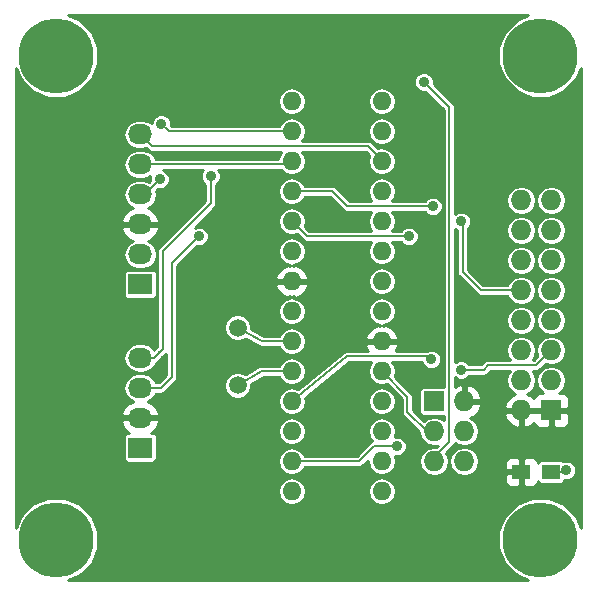
<source format=gtl>
G04 #@! TF.FileFunction,Copper,L1,Top,Signal*
%FSLAX46Y46*%
G04 Gerber Fmt 4.6, Leading zero omitted, Abs format (unit mm)*
G04 Created by KiCad (PCBNEW (after 2015-mar-04 BZR unknown)-product) date 11/11/2016 2:03:54 PM*
%MOMM*%
G01*
G04 APERTURE LIST*
%ADD10C,0.150000*%
%ADD11C,6.350000*%
%ADD12R,1.727200X1.727200*%
%ADD13O,1.727200X1.727200*%
%ADD14O,1.600000X1.600000*%
%ADD15C,1.501140*%
%ADD16R,1.500000X1.250000*%
%ADD17R,2.032000X1.727200*%
%ADD18O,2.032000X1.727200*%
%ADD19C,0.889000*%
%ADD20C,0.203200*%
%ADD21C,0.254000*%
G04 APERTURE END LIST*
D10*
D11*
X200000000Y-125000000D03*
X159000000Y-125000000D03*
X200000000Y-84000000D03*
X159000000Y-84000000D03*
D12*
X200914000Y-114046000D03*
D13*
X198374000Y-114046000D03*
X200914000Y-111506000D03*
X198374000Y-111506000D03*
X200914000Y-108966000D03*
X198374000Y-108966000D03*
X200914000Y-106426000D03*
X198374000Y-106426000D03*
X200914000Y-103886000D03*
X198374000Y-103886000D03*
X200914000Y-101346000D03*
X198374000Y-101346000D03*
X200914000Y-98806000D03*
X198374000Y-98806000D03*
X200914000Y-96266000D03*
X198374000Y-96266000D03*
D14*
X178943000Y-87884000D03*
X178943000Y-90424000D03*
X178943000Y-92964000D03*
X178943000Y-95504000D03*
X178943000Y-98044000D03*
X178943000Y-100584000D03*
X178943000Y-103124000D03*
X178943000Y-105664000D03*
X178943000Y-108204000D03*
X178943000Y-110744000D03*
X178943000Y-113284000D03*
X178943000Y-115824000D03*
X178943000Y-118364000D03*
X178943000Y-120904000D03*
X186563000Y-120904000D03*
X186563000Y-118364000D03*
X186563000Y-115824000D03*
X186563000Y-113284000D03*
X186563000Y-110744000D03*
X186563000Y-108204000D03*
X186563000Y-105664000D03*
X186563000Y-103124000D03*
X186563000Y-100584000D03*
X186563000Y-98044000D03*
X186563000Y-95504000D03*
X186563000Y-92964000D03*
X186563000Y-90424000D03*
X186563000Y-87884000D03*
D15*
X174371000Y-111914940D03*
X174371000Y-107033060D03*
D16*
X198394000Y-119253000D03*
X200894000Y-119253000D03*
D17*
X166116000Y-117221000D03*
D18*
X166116000Y-114681000D03*
X166116000Y-112141000D03*
X166116000Y-109601000D03*
D17*
X166116000Y-103378000D03*
D18*
X166116000Y-100838000D03*
X166116000Y-98298000D03*
X166116000Y-95758000D03*
X166116000Y-93218000D03*
X166116000Y-90678000D03*
D12*
X191008000Y-113284000D03*
D13*
X193548000Y-113284000D03*
X191008000Y-115824000D03*
X193548000Y-115824000D03*
X191008000Y-118364000D03*
X193548000Y-118364000D03*
D19*
X202184000Y-119126000D03*
X176784000Y-84836000D03*
X180467000Y-89154000D03*
X181102000Y-96774000D03*
X187833000Y-117094000D03*
X193294000Y-110617000D03*
X190754000Y-109728000D03*
X188849000Y-99314000D03*
X190881000Y-96774000D03*
X193294000Y-98044000D03*
X171069000Y-99314000D03*
X172085000Y-94234000D03*
X167894000Y-89789000D03*
X167767000Y-94488000D03*
X190119000Y-86233000D03*
D20*
X174244000Y-106906060D02*
X174371000Y-107033060D01*
X176430940Y-108204000D02*
X174371000Y-107033060D01*
X178943000Y-108204000D02*
X176430940Y-108204000D01*
X202057000Y-119253000D02*
X202184000Y-119126000D01*
X200894000Y-119253000D02*
X202057000Y-119253000D01*
X176430940Y-110744000D02*
X174371000Y-111914940D01*
X178943000Y-110744000D02*
X176430940Y-110744000D01*
X181102000Y-96774000D02*
X181055000Y-96821000D01*
X185928000Y-117094000D02*
X187833000Y-117094000D01*
X184658000Y-118364000D02*
X185928000Y-117094000D01*
X178943000Y-118364000D02*
X184658000Y-118364000D01*
X199644000Y-110236000D02*
X195580000Y-110236000D01*
X195580000Y-110236000D02*
X195199000Y-110617000D01*
X195199000Y-110617000D02*
X193294000Y-110617000D01*
X200914000Y-108966000D02*
X199644000Y-110236000D01*
X190754000Y-109728000D02*
X190500000Y-109474000D01*
X190500000Y-109474000D02*
X183642000Y-109474000D01*
X183642000Y-109474000D02*
X178943000Y-113284000D01*
X191008000Y-115824000D02*
X190373000Y-115824000D01*
X190373000Y-115824000D02*
X188722000Y-114173000D01*
X188722000Y-112903000D02*
X186563000Y-110744000D01*
X188722000Y-114173000D02*
X188722000Y-112903000D01*
X188849000Y-99314000D02*
X180213000Y-99314000D01*
X180213000Y-99314000D02*
X178943000Y-98044000D01*
X190881000Y-96774000D02*
X183642000Y-96774000D01*
X182372000Y-95504000D02*
X178943000Y-95504000D01*
X183642000Y-96774000D02*
X182372000Y-95504000D01*
X193294000Y-98044000D02*
X193421000Y-98171000D01*
X193421000Y-98171000D02*
X193421000Y-102362000D01*
X193421000Y-102362000D02*
X194945000Y-103886000D01*
X194945000Y-103886000D02*
X198374000Y-103886000D01*
X168783000Y-104521000D02*
X168783000Y-101600000D01*
X168783000Y-101600000D02*
X171069000Y-99314000D01*
X168783000Y-104521000D02*
X168783000Y-111252000D01*
X168783000Y-111252000D02*
X167894000Y-112141000D01*
X167894000Y-112141000D02*
X166116000Y-112141000D01*
X168021000Y-103505000D02*
X168021000Y-100584000D01*
X172085000Y-96520000D02*
X172085000Y-94234000D01*
X168021000Y-100584000D02*
X172085000Y-96520000D01*
X168021000Y-103505000D02*
X168021000Y-108839000D01*
X168021000Y-108839000D02*
X167640000Y-109220000D01*
X167259000Y-109601000D02*
X168021000Y-108839000D01*
X166116000Y-109601000D02*
X167259000Y-109601000D01*
X178943000Y-90424000D02*
X168529000Y-90424000D01*
X168529000Y-90424000D02*
X167894000Y-89789000D01*
X166497000Y-95758000D02*
X167767000Y-94488000D01*
X166116000Y-95758000D02*
X166497000Y-95758000D01*
X178689000Y-93218000D02*
X178943000Y-92964000D01*
X166116000Y-93218000D02*
X178689000Y-93218000D01*
X173736000Y-91694000D02*
X167132000Y-91694000D01*
X167132000Y-91694000D02*
X166116000Y-90678000D01*
X186563000Y-92964000D02*
X186563000Y-92837000D01*
X186563000Y-92837000D02*
X185420000Y-91694000D01*
X185420000Y-91694000D02*
X173736000Y-91694000D01*
X191389000Y-117602000D02*
X191008000Y-118364000D01*
X192278000Y-112522000D02*
X192278000Y-116713000D01*
X192278000Y-116713000D02*
X191389000Y-117602000D01*
X192278000Y-88392000D02*
X190119000Y-86233000D01*
X192278000Y-112522000D02*
X192278000Y-88392000D01*
D21*
G36*
X203428500Y-123985706D02*
X203016388Y-122988319D01*
X203009643Y-122981562D01*
X203009643Y-118962518D01*
X202884233Y-118659002D01*
X202652219Y-118426583D01*
X202412600Y-118327084D01*
X202412600Y-115035910D01*
X202412600Y-114783291D01*
X202412600Y-114331750D01*
X202412600Y-113760250D01*
X202412600Y-113308709D01*
X202412600Y-113056090D01*
X202315927Y-112822701D01*
X202137298Y-112644073D01*
X201903909Y-112547400D01*
X201576992Y-112547400D01*
X201818448Y-112386065D01*
X202088243Y-111982288D01*
X202182983Y-111506000D01*
X202088243Y-111029712D01*
X201818448Y-110625935D01*
X201414671Y-110356140D01*
X200938383Y-110261400D01*
X200889617Y-110261400D01*
X200413329Y-110356140D01*
X200009552Y-110625935D01*
X199739757Y-111029712D01*
X199645017Y-111506000D01*
X199739757Y-111982288D01*
X200009552Y-112386065D01*
X200251007Y-112547400D01*
X199924091Y-112547400D01*
X199690702Y-112644073D01*
X199512073Y-112822701D01*
X199429471Y-113022119D01*
X199262490Y-112839179D01*
X198872338Y-112656323D01*
X198874671Y-112655860D01*
X199278448Y-112386065D01*
X199548243Y-111982288D01*
X199642983Y-111506000D01*
X199548243Y-111029712D01*
X199340364Y-110718600D01*
X199644000Y-110718600D01*
X199828683Y-110681864D01*
X199985250Y-110577250D01*
X200441113Y-110121386D01*
X200889617Y-110210600D01*
X200938383Y-110210600D01*
X201414671Y-110115860D01*
X201818448Y-109846065D01*
X202088243Y-109442288D01*
X202182983Y-108966000D01*
X202182983Y-106426000D01*
X202182983Y-103886000D01*
X202182983Y-101346000D01*
X202182983Y-98806000D01*
X202182983Y-96266000D01*
X202088243Y-95789712D01*
X201818448Y-95385935D01*
X201414671Y-95116140D01*
X200938383Y-95021400D01*
X200889617Y-95021400D01*
X200413329Y-95116140D01*
X200009552Y-95385935D01*
X199739757Y-95789712D01*
X199645017Y-96266000D01*
X199739757Y-96742288D01*
X200009552Y-97146065D01*
X200413329Y-97415860D01*
X200889617Y-97510600D01*
X200938383Y-97510600D01*
X201414671Y-97415860D01*
X201818448Y-97146065D01*
X202088243Y-96742288D01*
X202182983Y-96266000D01*
X202182983Y-98806000D01*
X202088243Y-98329712D01*
X201818448Y-97925935D01*
X201414671Y-97656140D01*
X200938383Y-97561400D01*
X200889617Y-97561400D01*
X200413329Y-97656140D01*
X200009552Y-97925935D01*
X199739757Y-98329712D01*
X199645017Y-98806000D01*
X199739757Y-99282288D01*
X200009552Y-99686065D01*
X200413329Y-99955860D01*
X200889617Y-100050600D01*
X200938383Y-100050600D01*
X201414671Y-99955860D01*
X201818448Y-99686065D01*
X202088243Y-99282288D01*
X202182983Y-98806000D01*
X202182983Y-101346000D01*
X202088243Y-100869712D01*
X201818448Y-100465935D01*
X201414671Y-100196140D01*
X200938383Y-100101400D01*
X200889617Y-100101400D01*
X200413329Y-100196140D01*
X200009552Y-100465935D01*
X199739757Y-100869712D01*
X199645017Y-101346000D01*
X199739757Y-101822288D01*
X200009552Y-102226065D01*
X200413329Y-102495860D01*
X200889617Y-102590600D01*
X200938383Y-102590600D01*
X201414671Y-102495860D01*
X201818448Y-102226065D01*
X202088243Y-101822288D01*
X202182983Y-101346000D01*
X202182983Y-103886000D01*
X202088243Y-103409712D01*
X201818448Y-103005935D01*
X201414671Y-102736140D01*
X200938383Y-102641400D01*
X200889617Y-102641400D01*
X200413329Y-102736140D01*
X200009552Y-103005935D01*
X199739757Y-103409712D01*
X199645017Y-103886000D01*
X199739757Y-104362288D01*
X200009552Y-104766065D01*
X200413329Y-105035860D01*
X200889617Y-105130600D01*
X200938383Y-105130600D01*
X201414671Y-105035860D01*
X201818448Y-104766065D01*
X202088243Y-104362288D01*
X202182983Y-103886000D01*
X202182983Y-106426000D01*
X202088243Y-105949712D01*
X201818448Y-105545935D01*
X201414671Y-105276140D01*
X200938383Y-105181400D01*
X200889617Y-105181400D01*
X200413329Y-105276140D01*
X200009552Y-105545935D01*
X199739757Y-105949712D01*
X199645017Y-106426000D01*
X199739757Y-106902288D01*
X200009552Y-107306065D01*
X200413329Y-107575860D01*
X200889617Y-107670600D01*
X200938383Y-107670600D01*
X201414671Y-107575860D01*
X201818448Y-107306065D01*
X202088243Y-106902288D01*
X202182983Y-106426000D01*
X202182983Y-108966000D01*
X202088243Y-108489712D01*
X201818448Y-108085935D01*
X201414671Y-107816140D01*
X200938383Y-107721400D01*
X200889617Y-107721400D01*
X200413329Y-107816140D01*
X200009552Y-108085935D01*
X199739757Y-108489712D01*
X199645017Y-108966000D01*
X199739757Y-109442288D01*
X199745947Y-109451552D01*
X199444100Y-109753400D01*
X199340364Y-109753400D01*
X199548243Y-109442288D01*
X199642983Y-108966000D01*
X199642983Y-106426000D01*
X199548243Y-105949712D01*
X199278448Y-105545935D01*
X198874671Y-105276140D01*
X198398383Y-105181400D01*
X198349617Y-105181400D01*
X197873329Y-105276140D01*
X197469552Y-105545935D01*
X197199757Y-105949712D01*
X197105017Y-106426000D01*
X197199757Y-106902288D01*
X197469552Y-107306065D01*
X197873329Y-107575860D01*
X198349617Y-107670600D01*
X198398383Y-107670600D01*
X198874671Y-107575860D01*
X199278448Y-107306065D01*
X199548243Y-106902288D01*
X199642983Y-106426000D01*
X199642983Y-108966000D01*
X199548243Y-108489712D01*
X199278448Y-108085935D01*
X198874671Y-107816140D01*
X198398383Y-107721400D01*
X198349617Y-107721400D01*
X197873329Y-107816140D01*
X197469552Y-108085935D01*
X197199757Y-108489712D01*
X197105017Y-108966000D01*
X197199757Y-109442288D01*
X197407635Y-109753400D01*
X195580000Y-109753400D01*
X195395317Y-109790136D01*
X195238750Y-109894750D01*
X195238747Y-109894753D01*
X194999100Y-110134400D01*
X193978658Y-110134400D01*
X193762219Y-109917583D01*
X193458923Y-109791643D01*
X193130518Y-109791357D01*
X192827002Y-109916767D01*
X192760600Y-109983053D01*
X192760600Y-98678122D01*
X192825781Y-98743417D01*
X192938400Y-98790180D01*
X192938400Y-102362000D01*
X192975136Y-102546683D01*
X193079750Y-102703250D01*
X194603747Y-104227246D01*
X194603750Y-104227250D01*
X194760317Y-104331864D01*
X194945000Y-104368600D01*
X197203974Y-104368600D01*
X197469552Y-104766065D01*
X197873329Y-105035860D01*
X198349617Y-105130600D01*
X198398383Y-105130600D01*
X198874671Y-105035860D01*
X199278448Y-104766065D01*
X199548243Y-104362288D01*
X199642983Y-103886000D01*
X199642983Y-101346000D01*
X199642983Y-98806000D01*
X199642983Y-96266000D01*
X199548243Y-95789712D01*
X199278448Y-95385935D01*
X198874671Y-95116140D01*
X198398383Y-95021400D01*
X198349617Y-95021400D01*
X197873329Y-95116140D01*
X197469552Y-95385935D01*
X197199757Y-95789712D01*
X197105017Y-96266000D01*
X197199757Y-96742288D01*
X197469552Y-97146065D01*
X197873329Y-97415860D01*
X198349617Y-97510600D01*
X198398383Y-97510600D01*
X198874671Y-97415860D01*
X199278448Y-97146065D01*
X199548243Y-96742288D01*
X199642983Y-96266000D01*
X199642983Y-98806000D01*
X199548243Y-98329712D01*
X199278448Y-97925935D01*
X198874671Y-97656140D01*
X198398383Y-97561400D01*
X198349617Y-97561400D01*
X197873329Y-97656140D01*
X197469552Y-97925935D01*
X197199757Y-98329712D01*
X197105017Y-98806000D01*
X197199757Y-99282288D01*
X197469552Y-99686065D01*
X197873329Y-99955860D01*
X198349617Y-100050600D01*
X198398383Y-100050600D01*
X198874671Y-99955860D01*
X199278448Y-99686065D01*
X199548243Y-99282288D01*
X199642983Y-98806000D01*
X199642983Y-101346000D01*
X199548243Y-100869712D01*
X199278448Y-100465935D01*
X198874671Y-100196140D01*
X198398383Y-100101400D01*
X198349617Y-100101400D01*
X197873329Y-100196140D01*
X197469552Y-100465935D01*
X197199757Y-100869712D01*
X197105017Y-101346000D01*
X197199757Y-101822288D01*
X197469552Y-102226065D01*
X197873329Y-102495860D01*
X198349617Y-102590600D01*
X198398383Y-102590600D01*
X198874671Y-102495860D01*
X199278448Y-102226065D01*
X199548243Y-101822288D01*
X199642983Y-101346000D01*
X199642983Y-103886000D01*
X199548243Y-103409712D01*
X199278448Y-103005935D01*
X198874671Y-102736140D01*
X198398383Y-102641400D01*
X198349617Y-102641400D01*
X197873329Y-102736140D01*
X197469552Y-103005935D01*
X197203974Y-103403400D01*
X195144899Y-103403400D01*
X193903600Y-102162100D01*
X193903600Y-98601879D01*
X193993417Y-98512219D01*
X194119357Y-98208923D01*
X194119643Y-97880518D01*
X193994233Y-97577002D01*
X193762219Y-97344583D01*
X193458923Y-97218643D01*
X193130518Y-97218357D01*
X192827002Y-97343767D01*
X192760600Y-97410053D01*
X192760600Y-88392000D01*
X192723864Y-88207317D01*
X192619250Y-88050750D01*
X190944376Y-86375876D01*
X190944643Y-86069518D01*
X190819233Y-85766002D01*
X190587219Y-85533583D01*
X190283923Y-85407643D01*
X189955518Y-85407357D01*
X189652002Y-85532767D01*
X189419583Y-85764781D01*
X189293643Y-86068077D01*
X189293357Y-86396482D01*
X189418767Y-86699998D01*
X189650781Y-86932417D01*
X189954077Y-87058357D01*
X190262125Y-87058625D01*
X191795400Y-88591900D01*
X191795400Y-112031936D01*
X191706643Y-112031936D01*
X191706643Y-96610518D01*
X191581233Y-96307002D01*
X191349219Y-96074583D01*
X191045923Y-95948643D01*
X190717518Y-95948357D01*
X190414002Y-96073767D01*
X190195989Y-96291400D01*
X187453097Y-96291400D01*
X187677239Y-95955949D01*
X187767137Y-95504000D01*
X187767137Y-92964000D01*
X187767137Y-90424000D01*
X187767137Y-87884000D01*
X187677239Y-87432051D01*
X187421230Y-87048907D01*
X187038086Y-86792898D01*
X186586137Y-86703000D01*
X186539863Y-86703000D01*
X186087914Y-86792898D01*
X185704770Y-87048907D01*
X185448761Y-87432051D01*
X185358863Y-87884000D01*
X185448761Y-88335949D01*
X185704770Y-88719093D01*
X186087914Y-88975102D01*
X186539863Y-89065000D01*
X186586137Y-89065000D01*
X187038086Y-88975102D01*
X187421230Y-88719093D01*
X187677239Y-88335949D01*
X187767137Y-87884000D01*
X187767137Y-90424000D01*
X187677239Y-89972051D01*
X187421230Y-89588907D01*
X187038086Y-89332898D01*
X186586137Y-89243000D01*
X186539863Y-89243000D01*
X186087914Y-89332898D01*
X185704770Y-89588907D01*
X185448761Y-89972051D01*
X185358863Y-90424000D01*
X185448761Y-90875949D01*
X185704770Y-91259093D01*
X186087914Y-91515102D01*
X186539863Y-91605000D01*
X186586137Y-91605000D01*
X187038086Y-91515102D01*
X187421230Y-91259093D01*
X187677239Y-90875949D01*
X187767137Y-90424000D01*
X187767137Y-92964000D01*
X187677239Y-92512051D01*
X187421230Y-92128907D01*
X187038086Y-91872898D01*
X186586137Y-91783000D01*
X186539863Y-91783000D01*
X186249297Y-91840797D01*
X185761250Y-91352750D01*
X185604683Y-91248136D01*
X185420000Y-91211400D01*
X179833097Y-91211400D01*
X180057239Y-90875949D01*
X180147137Y-90424000D01*
X180147137Y-87884000D01*
X180057239Y-87432051D01*
X179801230Y-87048907D01*
X179418086Y-86792898D01*
X178966137Y-86703000D01*
X178919863Y-86703000D01*
X178467914Y-86792898D01*
X178084770Y-87048907D01*
X177828761Y-87432051D01*
X177738863Y-87884000D01*
X177828761Y-88335949D01*
X178084770Y-88719093D01*
X178467914Y-88975102D01*
X178919863Y-89065000D01*
X178966137Y-89065000D01*
X179418086Y-88975102D01*
X179801230Y-88719093D01*
X180057239Y-88335949D01*
X180147137Y-87884000D01*
X180147137Y-90424000D01*
X180057239Y-89972051D01*
X179801230Y-89588907D01*
X179418086Y-89332898D01*
X178966137Y-89243000D01*
X178919863Y-89243000D01*
X178467914Y-89332898D01*
X178084770Y-89588907D01*
X177849241Y-89941400D01*
X168728899Y-89941400D01*
X168719376Y-89931876D01*
X168719643Y-89625518D01*
X168594233Y-89322002D01*
X168362219Y-89089583D01*
X168058923Y-88963643D01*
X167730518Y-88963357D01*
X167427002Y-89088767D01*
X167194583Y-89320781D01*
X167068643Y-89624077D01*
X167068554Y-89726252D01*
X166772057Y-89528140D01*
X166295769Y-89433400D01*
X165936231Y-89433400D01*
X165459943Y-89528140D01*
X165056166Y-89797935D01*
X164786371Y-90201712D01*
X164691631Y-90678000D01*
X164786371Y-91154288D01*
X165056166Y-91558065D01*
X165459943Y-91827860D01*
X165936231Y-91922600D01*
X166295769Y-91922600D01*
X166614666Y-91859166D01*
X166790750Y-92035250D01*
X166947317Y-92139864D01*
X167132000Y-92176600D01*
X173736000Y-92176600D01*
X178052902Y-92176600D01*
X177828761Y-92512051D01*
X177784334Y-92735400D01*
X167441411Y-92735400D01*
X167175834Y-92337935D01*
X166772057Y-92068140D01*
X166295769Y-91973400D01*
X165936231Y-91973400D01*
X165459943Y-92068140D01*
X165056166Y-92337935D01*
X164786371Y-92741712D01*
X164691631Y-93218000D01*
X164786371Y-93694288D01*
X165056166Y-94098065D01*
X165459943Y-94367860D01*
X165936231Y-94462600D01*
X166295769Y-94462600D01*
X166772057Y-94367860D01*
X166981026Y-94228231D01*
X166941643Y-94323077D01*
X166941374Y-94631125D01*
X166887334Y-94685165D01*
X166772057Y-94608140D01*
X166295769Y-94513400D01*
X165936231Y-94513400D01*
X165459943Y-94608140D01*
X165056166Y-94877935D01*
X164786371Y-95281712D01*
X164691631Y-95758000D01*
X164786371Y-96234288D01*
X165056166Y-96638065D01*
X165459943Y-96907860D01*
X165474242Y-96910704D01*
X165201680Y-97006046D01*
X164765268Y-97395964D01*
X164511291Y-97923209D01*
X164508642Y-97938974D01*
X164629783Y-98171000D01*
X165989000Y-98171000D01*
X165989000Y-98151000D01*
X166243000Y-98151000D01*
X166243000Y-98171000D01*
X167602217Y-98171000D01*
X167723358Y-97938974D01*
X167720709Y-97923209D01*
X167466732Y-97395964D01*
X167030320Y-97006046D01*
X166757757Y-96910704D01*
X166772057Y-96907860D01*
X167175834Y-96638065D01*
X167445629Y-96234288D01*
X167540369Y-95758000D01*
X167480496Y-95457003D01*
X167624123Y-95313376D01*
X167930482Y-95313643D01*
X168233998Y-95188233D01*
X168466417Y-94956219D01*
X168592357Y-94652923D01*
X168592643Y-94324518D01*
X168467233Y-94021002D01*
X168235219Y-93788583D01*
X168023333Y-93700600D01*
X171450877Y-93700600D01*
X171385583Y-93765781D01*
X171259643Y-94069077D01*
X171259357Y-94397482D01*
X171384767Y-94700998D01*
X171602400Y-94919010D01*
X171602400Y-96320100D01*
X167679750Y-100242750D01*
X167575136Y-100399317D01*
X167538400Y-100584000D01*
X167538400Y-100828101D01*
X167445629Y-100361712D01*
X167175834Y-99957935D01*
X166772057Y-99688140D01*
X166757757Y-99685295D01*
X167030320Y-99589954D01*
X167466732Y-99200036D01*
X167720709Y-98672791D01*
X167723358Y-98657026D01*
X167602217Y-98425000D01*
X166243000Y-98425000D01*
X166243000Y-98445000D01*
X165989000Y-98445000D01*
X165989000Y-98425000D01*
X164629783Y-98425000D01*
X164508642Y-98657026D01*
X164511291Y-98672791D01*
X164765268Y-99200036D01*
X165201680Y-99589954D01*
X165474242Y-99685295D01*
X165459943Y-99688140D01*
X165056166Y-99957935D01*
X164786371Y-100361712D01*
X164691631Y-100838000D01*
X164786371Y-101314288D01*
X165056166Y-101718065D01*
X165459943Y-101987860D01*
X165936231Y-102082600D01*
X166295769Y-102082600D01*
X166772057Y-101987860D01*
X167175834Y-101718065D01*
X167445629Y-101314288D01*
X167538400Y-100847898D01*
X167538400Y-103505000D01*
X167538400Y-108639100D01*
X167520464Y-108657036D01*
X167520464Y-104241600D01*
X167520464Y-102514400D01*
X167492278Y-102369126D01*
X167408404Y-102241444D01*
X167281784Y-102155974D01*
X167132000Y-102125936D01*
X165100000Y-102125936D01*
X164954726Y-102154122D01*
X164827044Y-102237996D01*
X164741574Y-102364616D01*
X164711536Y-102514400D01*
X164711536Y-104241600D01*
X164739722Y-104386874D01*
X164823596Y-104514556D01*
X164950216Y-104600026D01*
X165100000Y-104630064D01*
X167132000Y-104630064D01*
X167277274Y-104601878D01*
X167404956Y-104518004D01*
X167490426Y-104391384D01*
X167520464Y-104241600D01*
X167520464Y-108657036D01*
X167298750Y-108878750D01*
X167288279Y-108889220D01*
X167175834Y-108720935D01*
X166772057Y-108451140D01*
X166295769Y-108356400D01*
X165936231Y-108356400D01*
X165459943Y-108451140D01*
X165056166Y-108720935D01*
X164786371Y-109124712D01*
X164691631Y-109601000D01*
X164786371Y-110077288D01*
X165056166Y-110481065D01*
X165459943Y-110750860D01*
X165936231Y-110845600D01*
X166295769Y-110845600D01*
X166772057Y-110750860D01*
X167175834Y-110481065D01*
X167445629Y-110077288D01*
X167452906Y-110040701D01*
X167600250Y-109942250D01*
X167981250Y-109561250D01*
X168300400Y-109242100D01*
X168300400Y-111052100D01*
X167694100Y-111658400D01*
X167441411Y-111658400D01*
X167175834Y-111260935D01*
X166772057Y-110991140D01*
X166295769Y-110896400D01*
X165936231Y-110896400D01*
X165459943Y-110991140D01*
X165056166Y-111260935D01*
X164786371Y-111664712D01*
X164691631Y-112141000D01*
X164786371Y-112617288D01*
X165056166Y-113021065D01*
X165459943Y-113290860D01*
X165474242Y-113293704D01*
X165201680Y-113389046D01*
X164765268Y-113778964D01*
X164511291Y-114306209D01*
X164508642Y-114321974D01*
X164629783Y-114554000D01*
X165989000Y-114554000D01*
X165989000Y-114534000D01*
X166243000Y-114534000D01*
X166243000Y-114554000D01*
X167602217Y-114554000D01*
X167723358Y-114321974D01*
X167720709Y-114306209D01*
X167466732Y-113778964D01*
X167030320Y-113389046D01*
X166757757Y-113293704D01*
X166772057Y-113290860D01*
X167175834Y-113021065D01*
X167441411Y-112623600D01*
X167894000Y-112623600D01*
X168078683Y-112586864D01*
X168235250Y-112482250D01*
X169124250Y-111593250D01*
X169228864Y-111436683D01*
X169265600Y-111252000D01*
X169265600Y-104521000D01*
X169265600Y-101799900D01*
X170926123Y-100139376D01*
X171232482Y-100139643D01*
X171535998Y-100014233D01*
X171768417Y-99782219D01*
X171894357Y-99478923D01*
X171894643Y-99150518D01*
X171769233Y-98847002D01*
X171537219Y-98614583D01*
X171233923Y-98488643D01*
X170905518Y-98488357D01*
X170724241Y-98563258D01*
X172426250Y-96861250D01*
X172530864Y-96704683D01*
X172567600Y-96520000D01*
X172567600Y-94918658D01*
X172784417Y-94702219D01*
X172910357Y-94398923D01*
X172910643Y-94070518D01*
X172785233Y-93767002D01*
X172718946Y-93700600D01*
X178018958Y-93700600D01*
X178084770Y-93799093D01*
X178467914Y-94055102D01*
X178919863Y-94145000D01*
X178966137Y-94145000D01*
X179418086Y-94055102D01*
X179801230Y-93799093D01*
X180057239Y-93415949D01*
X180147137Y-92964000D01*
X180057239Y-92512051D01*
X179833097Y-92176600D01*
X185220100Y-92176600D01*
X185491535Y-92448035D01*
X185448761Y-92512051D01*
X185358863Y-92964000D01*
X185448761Y-93415949D01*
X185704770Y-93799093D01*
X186087914Y-94055102D01*
X186539863Y-94145000D01*
X186586137Y-94145000D01*
X187038086Y-94055102D01*
X187421230Y-93799093D01*
X187677239Y-93415949D01*
X187767137Y-92964000D01*
X187767137Y-95504000D01*
X187677239Y-95052051D01*
X187421230Y-94668907D01*
X187038086Y-94412898D01*
X186586137Y-94323000D01*
X186539863Y-94323000D01*
X186087914Y-94412898D01*
X185704770Y-94668907D01*
X185448761Y-95052051D01*
X185358863Y-95504000D01*
X185448761Y-95955949D01*
X185672902Y-96291400D01*
X183841900Y-96291400D01*
X182713250Y-95162750D01*
X182556683Y-95058136D01*
X182372000Y-95021400D01*
X180036758Y-95021400D01*
X179801230Y-94668907D01*
X179418086Y-94412898D01*
X178966137Y-94323000D01*
X178919863Y-94323000D01*
X178467914Y-94412898D01*
X178084770Y-94668907D01*
X177828761Y-95052051D01*
X177738863Y-95504000D01*
X177828761Y-95955949D01*
X178084770Y-96339093D01*
X178467914Y-96595102D01*
X178919863Y-96685000D01*
X178966137Y-96685000D01*
X179418086Y-96595102D01*
X179801230Y-96339093D01*
X180036758Y-95986600D01*
X182172100Y-95986600D01*
X183300750Y-97115250D01*
X183457317Y-97219864D01*
X183642000Y-97256600D01*
X185672902Y-97256600D01*
X185448761Y-97592051D01*
X185358863Y-98044000D01*
X185448761Y-98495949D01*
X185672902Y-98831400D01*
X180412900Y-98831400D01*
X180060592Y-98479092D01*
X180147137Y-98044000D01*
X180057239Y-97592051D01*
X179801230Y-97208907D01*
X179418086Y-96952898D01*
X178966137Y-96863000D01*
X178919863Y-96863000D01*
X178467914Y-96952898D01*
X178084770Y-97208907D01*
X177828761Y-97592051D01*
X177738863Y-98044000D01*
X177828761Y-98495949D01*
X178084770Y-98879093D01*
X178467914Y-99135102D01*
X178919863Y-99225000D01*
X178966137Y-99225000D01*
X179362632Y-99146132D01*
X179871750Y-99655250D01*
X180028317Y-99759864D01*
X180213000Y-99796600D01*
X185672902Y-99796600D01*
X185448761Y-100132051D01*
X185358863Y-100584000D01*
X185448761Y-101035949D01*
X185704770Y-101419093D01*
X186087914Y-101675102D01*
X186539863Y-101765000D01*
X186586137Y-101765000D01*
X187038086Y-101675102D01*
X187421230Y-101419093D01*
X187677239Y-101035949D01*
X187767137Y-100584000D01*
X187677239Y-100132051D01*
X187453097Y-99796600D01*
X188164341Y-99796600D01*
X188380781Y-100013417D01*
X188684077Y-100139357D01*
X189012482Y-100139643D01*
X189315998Y-100014233D01*
X189548417Y-99782219D01*
X189674357Y-99478923D01*
X189674643Y-99150518D01*
X189549233Y-98847002D01*
X189317219Y-98614583D01*
X189013923Y-98488643D01*
X188685518Y-98488357D01*
X188382002Y-98613767D01*
X188163989Y-98831400D01*
X187453097Y-98831400D01*
X187677239Y-98495949D01*
X187767137Y-98044000D01*
X187677239Y-97592051D01*
X187453097Y-97256600D01*
X190196341Y-97256600D01*
X190412781Y-97473417D01*
X190716077Y-97599357D01*
X191044482Y-97599643D01*
X191347998Y-97474233D01*
X191580417Y-97242219D01*
X191706357Y-96938923D01*
X191706643Y-96610518D01*
X191706643Y-112031936D01*
X190144400Y-112031936D01*
X189999126Y-112060122D01*
X189871444Y-112143996D01*
X189785974Y-112270616D01*
X189755936Y-112420400D01*
X189755936Y-114147600D01*
X189784122Y-114292874D01*
X189867996Y-114420556D01*
X189994616Y-114506026D01*
X190144400Y-114536064D01*
X191795400Y-114536064D01*
X191795400Y-114865726D01*
X191508671Y-114674140D01*
X191032383Y-114579400D01*
X190983617Y-114579400D01*
X190507329Y-114674140D01*
X190146642Y-114915142D01*
X189204600Y-113973100D01*
X189204600Y-112903000D01*
X189167864Y-112718317D01*
X189063250Y-112561750D01*
X187680592Y-111179092D01*
X187767137Y-110744000D01*
X187677239Y-110292051D01*
X187453097Y-109956600D01*
X189955263Y-109956600D01*
X190053767Y-110194998D01*
X190285781Y-110427417D01*
X190589077Y-110553357D01*
X190917482Y-110553643D01*
X191220998Y-110428233D01*
X191453417Y-110196219D01*
X191579357Y-109892923D01*
X191579643Y-109564518D01*
X191454233Y-109261002D01*
X191222219Y-109028583D01*
X190918923Y-108902643D01*
X190590518Y-108902357D01*
X190375017Y-108991400D01*
X187748768Y-108991400D01*
X187794041Y-108941423D01*
X187954904Y-108553039D01*
X187954904Y-107854961D01*
X187794041Y-107466577D01*
X187767137Y-107436877D01*
X187418134Y-107051611D01*
X186912041Y-106812086D01*
X186690002Y-106933369D01*
X186690002Y-106824340D01*
X187038086Y-106755102D01*
X187421230Y-106499093D01*
X187677239Y-106115949D01*
X187767137Y-105664000D01*
X187767137Y-103124000D01*
X187677239Y-102672051D01*
X187421230Y-102288907D01*
X187038086Y-102032898D01*
X186586137Y-101943000D01*
X186539863Y-101943000D01*
X186087914Y-102032898D01*
X185704770Y-102288907D01*
X185448761Y-102672051D01*
X185358863Y-103124000D01*
X185448761Y-103575949D01*
X185704770Y-103959093D01*
X186087914Y-104215102D01*
X186539863Y-104305000D01*
X186586137Y-104305000D01*
X187038086Y-104215102D01*
X187421230Y-103959093D01*
X187677239Y-103575949D01*
X187767137Y-103124000D01*
X187767137Y-105664000D01*
X187677239Y-105212051D01*
X187421230Y-104828907D01*
X187038086Y-104572898D01*
X186586137Y-104483000D01*
X186539863Y-104483000D01*
X186087914Y-104572898D01*
X185704770Y-104828907D01*
X185448761Y-105212051D01*
X185358863Y-105664000D01*
X185448761Y-106115949D01*
X185704770Y-106499093D01*
X186087914Y-106755102D01*
X186435998Y-106824340D01*
X186435998Y-106933369D01*
X186213959Y-106812086D01*
X185707866Y-107051611D01*
X185331959Y-107466577D01*
X185171096Y-107854961D01*
X185293085Y-108077000D01*
X186436000Y-108077000D01*
X186436000Y-108057000D01*
X186690000Y-108057000D01*
X186690000Y-108077000D01*
X187832915Y-108077000D01*
X187954904Y-107854961D01*
X187954904Y-108553039D01*
X187832915Y-108331000D01*
X186690000Y-108331000D01*
X186690000Y-108351000D01*
X186436000Y-108351000D01*
X186436000Y-108331000D01*
X185293085Y-108331000D01*
X185171096Y-108553039D01*
X185331959Y-108941423D01*
X185377231Y-108991400D01*
X183642000Y-108991400D01*
X183573843Y-109004957D01*
X183504648Y-109011359D01*
X183482202Y-109023185D01*
X183457317Y-109028136D01*
X183399532Y-109066745D01*
X183338058Y-109099138D01*
X180334904Y-111534127D01*
X180334904Y-103473039D01*
X180334904Y-102774961D01*
X180174041Y-102386577D01*
X180147137Y-102356877D01*
X179798134Y-101971611D01*
X179292041Y-101732086D01*
X179070002Y-101853369D01*
X179070002Y-101744340D01*
X179418086Y-101675102D01*
X179801230Y-101419093D01*
X180057239Y-101035949D01*
X180147137Y-100584000D01*
X180057239Y-100132051D01*
X179801230Y-99748907D01*
X179418086Y-99492898D01*
X178966137Y-99403000D01*
X178919863Y-99403000D01*
X178467914Y-99492898D01*
X178084770Y-99748907D01*
X177828761Y-100132051D01*
X177738863Y-100584000D01*
X177828761Y-101035949D01*
X178084770Y-101419093D01*
X178467914Y-101675102D01*
X178815998Y-101744340D01*
X178815998Y-101853369D01*
X178593959Y-101732086D01*
X178087866Y-101971611D01*
X177711959Y-102386577D01*
X177551096Y-102774961D01*
X177673085Y-102997000D01*
X178816000Y-102997000D01*
X178816000Y-102977000D01*
X179070000Y-102977000D01*
X179070000Y-102997000D01*
X180212915Y-102997000D01*
X180334904Y-102774961D01*
X180334904Y-103473039D01*
X180212915Y-103251000D01*
X179070000Y-103251000D01*
X179070000Y-103271000D01*
X178816000Y-103271000D01*
X178816000Y-103251000D01*
X177673085Y-103251000D01*
X177551096Y-103473039D01*
X177711959Y-103861423D01*
X178087866Y-104276389D01*
X178593959Y-104515914D01*
X178815998Y-104394630D01*
X178815998Y-104503659D01*
X178467914Y-104572898D01*
X178084770Y-104828907D01*
X177828761Y-105212051D01*
X177738863Y-105664000D01*
X177828761Y-106115949D01*
X178084770Y-106499093D01*
X178467914Y-106755102D01*
X178919863Y-106845000D01*
X178966137Y-106845000D01*
X179418086Y-106755102D01*
X179801230Y-106499093D01*
X180057239Y-106115949D01*
X180147137Y-105664000D01*
X180057239Y-105212051D01*
X179801230Y-104828907D01*
X179418086Y-104572898D01*
X179070002Y-104503659D01*
X179070002Y-104394630D01*
X179292041Y-104515914D01*
X179798134Y-104276389D01*
X180174041Y-103861423D01*
X180334904Y-103473039D01*
X180334904Y-111534127D01*
X180147137Y-111686370D01*
X180147137Y-110744000D01*
X180147137Y-108204000D01*
X180057239Y-107752051D01*
X179801230Y-107368907D01*
X179418086Y-107112898D01*
X178966137Y-107023000D01*
X178919863Y-107023000D01*
X178467914Y-107112898D01*
X178084770Y-107368907D01*
X177849241Y-107721400D01*
X176558517Y-107721400D01*
X175502493Y-107121120D01*
X175502766Y-106808964D01*
X175330858Y-106392914D01*
X175012820Y-106074321D01*
X174597071Y-105901687D01*
X174146904Y-105901294D01*
X173730854Y-106073202D01*
X173412261Y-106391240D01*
X173239627Y-106806989D01*
X173239234Y-107257156D01*
X173411142Y-107673206D01*
X173729180Y-107991799D01*
X174144929Y-108164433D01*
X174595096Y-108164826D01*
X175011146Y-107992918D01*
X175037225Y-107966884D01*
X176192451Y-108623554D01*
X176221130Y-108633075D01*
X176246257Y-108649864D01*
X176309737Y-108662491D01*
X176371162Y-108682883D01*
X176401300Y-108680704D01*
X176430940Y-108686600D01*
X177849241Y-108686600D01*
X178084770Y-109039093D01*
X178467914Y-109295102D01*
X178919863Y-109385000D01*
X178966137Y-109385000D01*
X179418086Y-109295102D01*
X179801230Y-109039093D01*
X180057239Y-108655949D01*
X180147137Y-108204000D01*
X180147137Y-110744000D01*
X180057239Y-110292051D01*
X179801230Y-109908907D01*
X179418086Y-109652898D01*
X178966137Y-109563000D01*
X178919863Y-109563000D01*
X178467914Y-109652898D01*
X178084770Y-109908907D01*
X177849241Y-110261400D01*
X176430940Y-110261400D01*
X176401300Y-110267295D01*
X176371162Y-110265117D01*
X176309737Y-110285508D01*
X176246257Y-110298136D01*
X176221130Y-110314924D01*
X176192451Y-110324446D01*
X175037522Y-110980946D01*
X175012820Y-110956201D01*
X174597071Y-110783567D01*
X174146904Y-110783174D01*
X173730854Y-110955082D01*
X173412261Y-111273120D01*
X173239627Y-111688869D01*
X173239234Y-112139036D01*
X173411142Y-112555086D01*
X173729180Y-112873679D01*
X174144929Y-113046313D01*
X174595096Y-113046706D01*
X175011146Y-112874798D01*
X175329739Y-112556760D01*
X175502373Y-112141011D01*
X175502647Y-111826792D01*
X176558517Y-111226600D01*
X177849241Y-111226600D01*
X178084770Y-111579093D01*
X178467914Y-111835102D01*
X178919863Y-111925000D01*
X178966137Y-111925000D01*
X179418086Y-111835102D01*
X179801230Y-111579093D01*
X180057239Y-111195949D01*
X180147137Y-110744000D01*
X180147137Y-111686370D01*
X179475284Y-112231116D01*
X179418086Y-112192898D01*
X178966137Y-112103000D01*
X178919863Y-112103000D01*
X178467914Y-112192898D01*
X178084770Y-112448907D01*
X177828761Y-112832051D01*
X177738863Y-113284000D01*
X177828761Y-113735949D01*
X178084770Y-114119093D01*
X178467914Y-114375102D01*
X178919863Y-114465000D01*
X178966137Y-114465000D01*
X179418086Y-114375102D01*
X179801230Y-114119093D01*
X180057239Y-113735949D01*
X180147137Y-113284000D01*
X180086325Y-112978280D01*
X183813066Y-109956600D01*
X185672902Y-109956600D01*
X185448761Y-110292051D01*
X185358863Y-110744000D01*
X185448761Y-111195949D01*
X185704770Y-111579093D01*
X186087914Y-111835102D01*
X186539863Y-111925000D01*
X186586137Y-111925000D01*
X186982632Y-111846132D01*
X188239400Y-113102900D01*
X188239400Y-114173000D01*
X188276136Y-114357683D01*
X188380750Y-114514250D01*
X189751063Y-115884562D01*
X189833757Y-116300288D01*
X190103552Y-116704065D01*
X190507329Y-116973860D01*
X190983617Y-117068600D01*
X191032383Y-117068600D01*
X191291427Y-117017072D01*
X191163098Y-117145401D01*
X191032383Y-117119400D01*
X190983617Y-117119400D01*
X190507329Y-117214140D01*
X190103552Y-117483935D01*
X189833757Y-117887712D01*
X189739017Y-118364000D01*
X189833757Y-118840288D01*
X190103552Y-119244065D01*
X190507329Y-119513860D01*
X190983617Y-119608600D01*
X191032383Y-119608600D01*
X191508671Y-119513860D01*
X191912448Y-119244065D01*
X192182243Y-118840288D01*
X192276983Y-118364000D01*
X192182243Y-117887712D01*
X192023445Y-117650054D01*
X192619250Y-117054250D01*
X192723864Y-116897683D01*
X192748437Y-116774146D01*
X193047329Y-116973860D01*
X193523617Y-117068600D01*
X193572383Y-117068600D01*
X194048671Y-116973860D01*
X194452448Y-116704065D01*
X194722243Y-116300288D01*
X194816983Y-115824000D01*
X194722243Y-115347712D01*
X194452448Y-114943935D01*
X194048671Y-114674140D01*
X194046338Y-114673676D01*
X194436490Y-114490821D01*
X194830688Y-114058947D01*
X195002958Y-113643026D01*
X195002958Y-112924974D01*
X194830688Y-112509053D01*
X194436490Y-112077179D01*
X193907027Y-111829032D01*
X193675000Y-111949531D01*
X193675000Y-113157000D01*
X194881817Y-113157000D01*
X195002958Y-112924974D01*
X195002958Y-113643026D01*
X194881817Y-113411000D01*
X193675000Y-113411000D01*
X193675000Y-113431000D01*
X193421000Y-113431000D01*
X193421000Y-113411000D01*
X193401000Y-113411000D01*
X193401000Y-113157000D01*
X193421000Y-113157000D01*
X193421000Y-111949531D01*
X193188973Y-111829032D01*
X192760600Y-112029800D01*
X192760600Y-111251122D01*
X192825781Y-111316417D01*
X193129077Y-111442357D01*
X193457482Y-111442643D01*
X193760998Y-111317233D01*
X193979010Y-111099600D01*
X195199000Y-111099600D01*
X195383683Y-111062864D01*
X195540250Y-110958250D01*
X195779899Y-110718600D01*
X197407635Y-110718600D01*
X197199757Y-111029712D01*
X197105017Y-111506000D01*
X197199757Y-111982288D01*
X197469552Y-112386065D01*
X197873329Y-112655860D01*
X197875661Y-112656323D01*
X197485510Y-112839179D01*
X197091312Y-113271053D01*
X196919042Y-113686974D01*
X197040183Y-113919000D01*
X198247000Y-113919000D01*
X198247000Y-113899000D01*
X198501000Y-113899000D01*
X198501000Y-113919000D01*
X199574150Y-113919000D01*
X199707817Y-113919000D01*
X200787000Y-113919000D01*
X200787000Y-113899000D01*
X201041000Y-113899000D01*
X201041000Y-113919000D01*
X202253850Y-113919000D01*
X202412600Y-113760250D01*
X202412600Y-114331750D01*
X202253850Y-114173000D01*
X201041000Y-114173000D01*
X201041000Y-115385850D01*
X201199750Y-115544600D01*
X201903909Y-115544600D01*
X202137298Y-115447927D01*
X202315927Y-115269299D01*
X202412600Y-115035910D01*
X202412600Y-118327084D01*
X202348923Y-118300643D01*
X202020518Y-118300357D01*
X201908162Y-118346781D01*
X201793784Y-118269574D01*
X201644000Y-118239536D01*
X200787000Y-118239536D01*
X200787000Y-115385850D01*
X200787000Y-114173000D01*
X199707817Y-114173000D01*
X199574150Y-114173000D01*
X198501000Y-114173000D01*
X198501000Y-115380469D01*
X198733027Y-115500968D01*
X199262490Y-115252821D01*
X199429471Y-115069880D01*
X199512073Y-115269299D01*
X199690702Y-115447927D01*
X199924091Y-115544600D01*
X200628250Y-115544600D01*
X200787000Y-115385850D01*
X200787000Y-118239536D01*
X200144000Y-118239536D01*
X199998726Y-118267722D01*
X199871044Y-118351596D01*
X199785574Y-118478216D01*
X199779000Y-118510997D01*
X199779000Y-118501690D01*
X199682327Y-118268301D01*
X199503698Y-118089673D01*
X199270309Y-117993000D01*
X198679750Y-117993000D01*
X198521000Y-118151750D01*
X198521000Y-119126000D01*
X198541000Y-119126000D01*
X198541000Y-119380000D01*
X198521000Y-119380000D01*
X198521000Y-120354250D01*
X198679750Y-120513000D01*
X199270309Y-120513000D01*
X199503698Y-120416327D01*
X199682327Y-120237699D01*
X199779000Y-120004310D01*
X199779000Y-119998936D01*
X199783722Y-120023274D01*
X199867596Y-120150956D01*
X199994216Y-120236426D01*
X200144000Y-120266464D01*
X201644000Y-120266464D01*
X201789274Y-120238278D01*
X201916956Y-120154404D01*
X202002426Y-120027784D01*
X202017854Y-119950849D01*
X202019077Y-119951357D01*
X202347482Y-119951643D01*
X202650998Y-119826233D01*
X202883417Y-119594219D01*
X203009357Y-119290923D01*
X203009643Y-118962518D01*
X203009643Y-122981562D01*
X202016942Y-121987128D01*
X200710435Y-121444619D01*
X199295771Y-121443384D01*
X198267000Y-121868463D01*
X198267000Y-120354250D01*
X198267000Y-119380000D01*
X198267000Y-119126000D01*
X198267000Y-118151750D01*
X198247000Y-118131750D01*
X198247000Y-115380469D01*
X198247000Y-114173000D01*
X197040183Y-114173000D01*
X196919042Y-114405026D01*
X197091312Y-114820947D01*
X197485510Y-115252821D01*
X198014973Y-115500968D01*
X198247000Y-115380469D01*
X198247000Y-118131750D01*
X198108250Y-117993000D01*
X197517691Y-117993000D01*
X197284302Y-118089673D01*
X197105673Y-118268301D01*
X197009000Y-118501690D01*
X197009000Y-118754309D01*
X197009000Y-118967250D01*
X197167750Y-119126000D01*
X198267000Y-119126000D01*
X198267000Y-119380000D01*
X197167750Y-119380000D01*
X197009000Y-119538750D01*
X197009000Y-119751691D01*
X197009000Y-120004310D01*
X197105673Y-120237699D01*
X197284302Y-120416327D01*
X197517691Y-120513000D01*
X198108250Y-120513000D01*
X198267000Y-120354250D01*
X198267000Y-121868463D01*
X197988319Y-121983612D01*
X196987128Y-122983058D01*
X196444619Y-124289565D01*
X196443384Y-125704229D01*
X196983612Y-127011681D01*
X197983058Y-128012872D01*
X198984001Y-128428500D01*
X194816983Y-128428500D01*
X194816983Y-118364000D01*
X194722243Y-117887712D01*
X194452448Y-117483935D01*
X194048671Y-117214140D01*
X193572383Y-117119400D01*
X193523617Y-117119400D01*
X193047329Y-117214140D01*
X192643552Y-117483935D01*
X192373757Y-117887712D01*
X192279017Y-118364000D01*
X192373757Y-118840288D01*
X192643552Y-119244065D01*
X193047329Y-119513860D01*
X193523617Y-119608600D01*
X193572383Y-119608600D01*
X194048671Y-119513860D01*
X194452448Y-119244065D01*
X194722243Y-118840288D01*
X194816983Y-118364000D01*
X194816983Y-128428500D01*
X188658643Y-128428500D01*
X188658643Y-116930518D01*
X188533233Y-116627002D01*
X188301219Y-116394583D01*
X187997923Y-116268643D01*
X187678747Y-116268365D01*
X187767137Y-115824000D01*
X187767137Y-113284000D01*
X187677239Y-112832051D01*
X187421230Y-112448907D01*
X187038086Y-112192898D01*
X186586137Y-112103000D01*
X186539863Y-112103000D01*
X186087914Y-112192898D01*
X185704770Y-112448907D01*
X185448761Y-112832051D01*
X185358863Y-113284000D01*
X185448761Y-113735949D01*
X185704770Y-114119093D01*
X186087914Y-114375102D01*
X186539863Y-114465000D01*
X186586137Y-114465000D01*
X187038086Y-114375102D01*
X187421230Y-114119093D01*
X187677239Y-113735949D01*
X187767137Y-113284000D01*
X187767137Y-115824000D01*
X187677239Y-115372051D01*
X187421230Y-114988907D01*
X187038086Y-114732898D01*
X186586137Y-114643000D01*
X186539863Y-114643000D01*
X186087914Y-114732898D01*
X185704770Y-114988907D01*
X185448761Y-115372051D01*
X185358863Y-115824000D01*
X185448761Y-116275949D01*
X185704770Y-116659093D01*
X185715844Y-116666492D01*
X185586750Y-116752750D01*
X184458100Y-117881400D01*
X180147137Y-117881400D01*
X180147137Y-115824000D01*
X180057239Y-115372051D01*
X179801230Y-114988907D01*
X179418086Y-114732898D01*
X178966137Y-114643000D01*
X178919863Y-114643000D01*
X178467914Y-114732898D01*
X178084770Y-114988907D01*
X177828761Y-115372051D01*
X177738863Y-115824000D01*
X177828761Y-116275949D01*
X178084770Y-116659093D01*
X178467914Y-116915102D01*
X178919863Y-117005000D01*
X178966137Y-117005000D01*
X179418086Y-116915102D01*
X179801230Y-116659093D01*
X180057239Y-116275949D01*
X180147137Y-115824000D01*
X180147137Y-117881400D01*
X180036758Y-117881400D01*
X179801230Y-117528907D01*
X179418086Y-117272898D01*
X178966137Y-117183000D01*
X178919863Y-117183000D01*
X178467914Y-117272898D01*
X178084770Y-117528907D01*
X177828761Y-117912051D01*
X177738863Y-118364000D01*
X177828761Y-118815949D01*
X178084770Y-119199093D01*
X178467914Y-119455102D01*
X178919863Y-119545000D01*
X178966137Y-119545000D01*
X179418086Y-119455102D01*
X179801230Y-119199093D01*
X180036758Y-118846600D01*
X184658000Y-118846600D01*
X184842683Y-118809864D01*
X184999250Y-118705250D01*
X185363422Y-118341077D01*
X185358863Y-118364000D01*
X185448761Y-118815949D01*
X185704770Y-119199093D01*
X186087914Y-119455102D01*
X186539863Y-119545000D01*
X186586137Y-119545000D01*
X187038086Y-119455102D01*
X187421230Y-119199093D01*
X187677239Y-118815949D01*
X187767137Y-118364000D01*
X187678694Y-117919366D01*
X187996482Y-117919643D01*
X188299998Y-117794233D01*
X188532417Y-117562219D01*
X188658357Y-117258923D01*
X188658643Y-116930518D01*
X188658643Y-128428500D01*
X187767137Y-128428500D01*
X187767137Y-120904000D01*
X187677239Y-120452051D01*
X187421230Y-120068907D01*
X187038086Y-119812898D01*
X186586137Y-119723000D01*
X186539863Y-119723000D01*
X186087914Y-119812898D01*
X185704770Y-120068907D01*
X185448761Y-120452051D01*
X185358863Y-120904000D01*
X185448761Y-121355949D01*
X185704770Y-121739093D01*
X186087914Y-121995102D01*
X186539863Y-122085000D01*
X186586137Y-122085000D01*
X187038086Y-121995102D01*
X187421230Y-121739093D01*
X187677239Y-121355949D01*
X187767137Y-120904000D01*
X187767137Y-128428500D01*
X180147137Y-128428500D01*
X180147137Y-120904000D01*
X180057239Y-120452051D01*
X179801230Y-120068907D01*
X179418086Y-119812898D01*
X178966137Y-119723000D01*
X178919863Y-119723000D01*
X178467914Y-119812898D01*
X178084770Y-120068907D01*
X177828761Y-120452051D01*
X177738863Y-120904000D01*
X177828761Y-121355949D01*
X178084770Y-121739093D01*
X178467914Y-121995102D01*
X178919863Y-122085000D01*
X178966137Y-122085000D01*
X179418086Y-121995102D01*
X179801230Y-121739093D01*
X180057239Y-121355949D01*
X180147137Y-120904000D01*
X180147137Y-128428500D01*
X167723358Y-128428500D01*
X167723358Y-115040026D01*
X167602217Y-114808000D01*
X166243000Y-114808000D01*
X166243000Y-114828000D01*
X165989000Y-114828000D01*
X165989000Y-114808000D01*
X164629783Y-114808000D01*
X164508642Y-115040026D01*
X164511291Y-115055791D01*
X164765268Y-115583036D01*
X165197182Y-115968936D01*
X165100000Y-115968936D01*
X164954726Y-115997122D01*
X164827044Y-116080996D01*
X164741574Y-116207616D01*
X164711536Y-116357400D01*
X164711536Y-118084600D01*
X164739722Y-118229874D01*
X164823596Y-118357556D01*
X164950216Y-118443026D01*
X165100000Y-118473064D01*
X167132000Y-118473064D01*
X167277274Y-118444878D01*
X167404956Y-118361004D01*
X167490426Y-118234384D01*
X167520464Y-118084600D01*
X167520464Y-116357400D01*
X167492278Y-116212126D01*
X167408404Y-116084444D01*
X167281784Y-115998974D01*
X167132000Y-115968936D01*
X167034817Y-115968936D01*
X167466732Y-115583036D01*
X167720709Y-115055791D01*
X167723358Y-115040026D01*
X167723358Y-128428500D01*
X160014293Y-128428500D01*
X161011681Y-128016388D01*
X162012872Y-127016942D01*
X162555381Y-125710435D01*
X162556616Y-124295771D01*
X162016388Y-122988319D01*
X161016942Y-121987128D01*
X159710435Y-121444619D01*
X158295771Y-121443384D01*
X156988319Y-121983612D01*
X155987128Y-122983058D01*
X155571500Y-123984001D01*
X155571500Y-85014293D01*
X155983612Y-86011681D01*
X156983058Y-87012872D01*
X158289565Y-87555381D01*
X159704229Y-87556616D01*
X161011681Y-87016388D01*
X162012872Y-86016942D01*
X162555381Y-84710435D01*
X162556616Y-83295771D01*
X162016388Y-81988319D01*
X161016942Y-80987128D01*
X160015998Y-80571500D01*
X198985706Y-80571500D01*
X197988319Y-80983612D01*
X196987128Y-81983058D01*
X196444619Y-83289565D01*
X196443384Y-84704229D01*
X196983612Y-86011681D01*
X197983058Y-87012872D01*
X199289565Y-87555381D01*
X200704229Y-87556616D01*
X202011681Y-87016388D01*
X203012872Y-86016942D01*
X203428500Y-85015998D01*
X203428500Y-123985706D01*
X203428500Y-123985706D01*
G37*
X203428500Y-123985706D02*
X203016388Y-122988319D01*
X203009643Y-122981562D01*
X203009643Y-118962518D01*
X202884233Y-118659002D01*
X202652219Y-118426583D01*
X202412600Y-118327084D01*
X202412600Y-115035910D01*
X202412600Y-114783291D01*
X202412600Y-114331750D01*
X202412600Y-113760250D01*
X202412600Y-113308709D01*
X202412600Y-113056090D01*
X202315927Y-112822701D01*
X202137298Y-112644073D01*
X201903909Y-112547400D01*
X201576992Y-112547400D01*
X201818448Y-112386065D01*
X202088243Y-111982288D01*
X202182983Y-111506000D01*
X202088243Y-111029712D01*
X201818448Y-110625935D01*
X201414671Y-110356140D01*
X200938383Y-110261400D01*
X200889617Y-110261400D01*
X200413329Y-110356140D01*
X200009552Y-110625935D01*
X199739757Y-111029712D01*
X199645017Y-111506000D01*
X199739757Y-111982288D01*
X200009552Y-112386065D01*
X200251007Y-112547400D01*
X199924091Y-112547400D01*
X199690702Y-112644073D01*
X199512073Y-112822701D01*
X199429471Y-113022119D01*
X199262490Y-112839179D01*
X198872338Y-112656323D01*
X198874671Y-112655860D01*
X199278448Y-112386065D01*
X199548243Y-111982288D01*
X199642983Y-111506000D01*
X199548243Y-111029712D01*
X199340364Y-110718600D01*
X199644000Y-110718600D01*
X199828683Y-110681864D01*
X199985250Y-110577250D01*
X200441113Y-110121386D01*
X200889617Y-110210600D01*
X200938383Y-110210600D01*
X201414671Y-110115860D01*
X201818448Y-109846065D01*
X202088243Y-109442288D01*
X202182983Y-108966000D01*
X202182983Y-106426000D01*
X202182983Y-103886000D01*
X202182983Y-101346000D01*
X202182983Y-98806000D01*
X202182983Y-96266000D01*
X202088243Y-95789712D01*
X201818448Y-95385935D01*
X201414671Y-95116140D01*
X200938383Y-95021400D01*
X200889617Y-95021400D01*
X200413329Y-95116140D01*
X200009552Y-95385935D01*
X199739757Y-95789712D01*
X199645017Y-96266000D01*
X199739757Y-96742288D01*
X200009552Y-97146065D01*
X200413329Y-97415860D01*
X200889617Y-97510600D01*
X200938383Y-97510600D01*
X201414671Y-97415860D01*
X201818448Y-97146065D01*
X202088243Y-96742288D01*
X202182983Y-96266000D01*
X202182983Y-98806000D01*
X202088243Y-98329712D01*
X201818448Y-97925935D01*
X201414671Y-97656140D01*
X200938383Y-97561400D01*
X200889617Y-97561400D01*
X200413329Y-97656140D01*
X200009552Y-97925935D01*
X199739757Y-98329712D01*
X199645017Y-98806000D01*
X199739757Y-99282288D01*
X200009552Y-99686065D01*
X200413329Y-99955860D01*
X200889617Y-100050600D01*
X200938383Y-100050600D01*
X201414671Y-99955860D01*
X201818448Y-99686065D01*
X202088243Y-99282288D01*
X202182983Y-98806000D01*
X202182983Y-101346000D01*
X202088243Y-100869712D01*
X201818448Y-100465935D01*
X201414671Y-100196140D01*
X200938383Y-100101400D01*
X200889617Y-100101400D01*
X200413329Y-100196140D01*
X200009552Y-100465935D01*
X199739757Y-100869712D01*
X199645017Y-101346000D01*
X199739757Y-101822288D01*
X200009552Y-102226065D01*
X200413329Y-102495860D01*
X200889617Y-102590600D01*
X200938383Y-102590600D01*
X201414671Y-102495860D01*
X201818448Y-102226065D01*
X202088243Y-101822288D01*
X202182983Y-101346000D01*
X202182983Y-103886000D01*
X202088243Y-103409712D01*
X201818448Y-103005935D01*
X201414671Y-102736140D01*
X200938383Y-102641400D01*
X200889617Y-102641400D01*
X200413329Y-102736140D01*
X200009552Y-103005935D01*
X199739757Y-103409712D01*
X199645017Y-103886000D01*
X199739757Y-104362288D01*
X200009552Y-104766065D01*
X200413329Y-105035860D01*
X200889617Y-105130600D01*
X200938383Y-105130600D01*
X201414671Y-105035860D01*
X201818448Y-104766065D01*
X202088243Y-104362288D01*
X202182983Y-103886000D01*
X202182983Y-106426000D01*
X202088243Y-105949712D01*
X201818448Y-105545935D01*
X201414671Y-105276140D01*
X200938383Y-105181400D01*
X200889617Y-105181400D01*
X200413329Y-105276140D01*
X200009552Y-105545935D01*
X199739757Y-105949712D01*
X199645017Y-106426000D01*
X199739757Y-106902288D01*
X200009552Y-107306065D01*
X200413329Y-107575860D01*
X200889617Y-107670600D01*
X200938383Y-107670600D01*
X201414671Y-107575860D01*
X201818448Y-107306065D01*
X202088243Y-106902288D01*
X202182983Y-106426000D01*
X202182983Y-108966000D01*
X202088243Y-108489712D01*
X201818448Y-108085935D01*
X201414671Y-107816140D01*
X200938383Y-107721400D01*
X200889617Y-107721400D01*
X200413329Y-107816140D01*
X200009552Y-108085935D01*
X199739757Y-108489712D01*
X199645017Y-108966000D01*
X199739757Y-109442288D01*
X199745947Y-109451552D01*
X199444100Y-109753400D01*
X199340364Y-109753400D01*
X199548243Y-109442288D01*
X199642983Y-108966000D01*
X199642983Y-106426000D01*
X199548243Y-105949712D01*
X199278448Y-105545935D01*
X198874671Y-105276140D01*
X198398383Y-105181400D01*
X198349617Y-105181400D01*
X197873329Y-105276140D01*
X197469552Y-105545935D01*
X197199757Y-105949712D01*
X197105017Y-106426000D01*
X197199757Y-106902288D01*
X197469552Y-107306065D01*
X197873329Y-107575860D01*
X198349617Y-107670600D01*
X198398383Y-107670600D01*
X198874671Y-107575860D01*
X199278448Y-107306065D01*
X199548243Y-106902288D01*
X199642983Y-106426000D01*
X199642983Y-108966000D01*
X199548243Y-108489712D01*
X199278448Y-108085935D01*
X198874671Y-107816140D01*
X198398383Y-107721400D01*
X198349617Y-107721400D01*
X197873329Y-107816140D01*
X197469552Y-108085935D01*
X197199757Y-108489712D01*
X197105017Y-108966000D01*
X197199757Y-109442288D01*
X197407635Y-109753400D01*
X195580000Y-109753400D01*
X195395317Y-109790136D01*
X195238750Y-109894750D01*
X195238747Y-109894753D01*
X194999100Y-110134400D01*
X193978658Y-110134400D01*
X193762219Y-109917583D01*
X193458923Y-109791643D01*
X193130518Y-109791357D01*
X192827002Y-109916767D01*
X192760600Y-109983053D01*
X192760600Y-98678122D01*
X192825781Y-98743417D01*
X192938400Y-98790180D01*
X192938400Y-102362000D01*
X192975136Y-102546683D01*
X193079750Y-102703250D01*
X194603747Y-104227246D01*
X194603750Y-104227250D01*
X194760317Y-104331864D01*
X194945000Y-104368600D01*
X197203974Y-104368600D01*
X197469552Y-104766065D01*
X197873329Y-105035860D01*
X198349617Y-105130600D01*
X198398383Y-105130600D01*
X198874671Y-105035860D01*
X199278448Y-104766065D01*
X199548243Y-104362288D01*
X199642983Y-103886000D01*
X199642983Y-101346000D01*
X199642983Y-98806000D01*
X199642983Y-96266000D01*
X199548243Y-95789712D01*
X199278448Y-95385935D01*
X198874671Y-95116140D01*
X198398383Y-95021400D01*
X198349617Y-95021400D01*
X197873329Y-95116140D01*
X197469552Y-95385935D01*
X197199757Y-95789712D01*
X197105017Y-96266000D01*
X197199757Y-96742288D01*
X197469552Y-97146065D01*
X197873329Y-97415860D01*
X198349617Y-97510600D01*
X198398383Y-97510600D01*
X198874671Y-97415860D01*
X199278448Y-97146065D01*
X199548243Y-96742288D01*
X199642983Y-96266000D01*
X199642983Y-98806000D01*
X199548243Y-98329712D01*
X199278448Y-97925935D01*
X198874671Y-97656140D01*
X198398383Y-97561400D01*
X198349617Y-97561400D01*
X197873329Y-97656140D01*
X197469552Y-97925935D01*
X197199757Y-98329712D01*
X197105017Y-98806000D01*
X197199757Y-99282288D01*
X197469552Y-99686065D01*
X197873329Y-99955860D01*
X198349617Y-100050600D01*
X198398383Y-100050600D01*
X198874671Y-99955860D01*
X199278448Y-99686065D01*
X199548243Y-99282288D01*
X199642983Y-98806000D01*
X199642983Y-101346000D01*
X199548243Y-100869712D01*
X199278448Y-100465935D01*
X198874671Y-100196140D01*
X198398383Y-100101400D01*
X198349617Y-100101400D01*
X197873329Y-100196140D01*
X197469552Y-100465935D01*
X197199757Y-100869712D01*
X197105017Y-101346000D01*
X197199757Y-101822288D01*
X197469552Y-102226065D01*
X197873329Y-102495860D01*
X198349617Y-102590600D01*
X198398383Y-102590600D01*
X198874671Y-102495860D01*
X199278448Y-102226065D01*
X199548243Y-101822288D01*
X199642983Y-101346000D01*
X199642983Y-103886000D01*
X199548243Y-103409712D01*
X199278448Y-103005935D01*
X198874671Y-102736140D01*
X198398383Y-102641400D01*
X198349617Y-102641400D01*
X197873329Y-102736140D01*
X197469552Y-103005935D01*
X197203974Y-103403400D01*
X195144899Y-103403400D01*
X193903600Y-102162100D01*
X193903600Y-98601879D01*
X193993417Y-98512219D01*
X194119357Y-98208923D01*
X194119643Y-97880518D01*
X193994233Y-97577002D01*
X193762219Y-97344583D01*
X193458923Y-97218643D01*
X193130518Y-97218357D01*
X192827002Y-97343767D01*
X192760600Y-97410053D01*
X192760600Y-88392000D01*
X192723864Y-88207317D01*
X192619250Y-88050750D01*
X190944376Y-86375876D01*
X190944643Y-86069518D01*
X190819233Y-85766002D01*
X190587219Y-85533583D01*
X190283923Y-85407643D01*
X189955518Y-85407357D01*
X189652002Y-85532767D01*
X189419583Y-85764781D01*
X189293643Y-86068077D01*
X189293357Y-86396482D01*
X189418767Y-86699998D01*
X189650781Y-86932417D01*
X189954077Y-87058357D01*
X190262125Y-87058625D01*
X191795400Y-88591900D01*
X191795400Y-112031936D01*
X191706643Y-112031936D01*
X191706643Y-96610518D01*
X191581233Y-96307002D01*
X191349219Y-96074583D01*
X191045923Y-95948643D01*
X190717518Y-95948357D01*
X190414002Y-96073767D01*
X190195989Y-96291400D01*
X187453097Y-96291400D01*
X187677239Y-95955949D01*
X187767137Y-95504000D01*
X187767137Y-92964000D01*
X187767137Y-90424000D01*
X187767137Y-87884000D01*
X187677239Y-87432051D01*
X187421230Y-87048907D01*
X187038086Y-86792898D01*
X186586137Y-86703000D01*
X186539863Y-86703000D01*
X186087914Y-86792898D01*
X185704770Y-87048907D01*
X185448761Y-87432051D01*
X185358863Y-87884000D01*
X185448761Y-88335949D01*
X185704770Y-88719093D01*
X186087914Y-88975102D01*
X186539863Y-89065000D01*
X186586137Y-89065000D01*
X187038086Y-88975102D01*
X187421230Y-88719093D01*
X187677239Y-88335949D01*
X187767137Y-87884000D01*
X187767137Y-90424000D01*
X187677239Y-89972051D01*
X187421230Y-89588907D01*
X187038086Y-89332898D01*
X186586137Y-89243000D01*
X186539863Y-89243000D01*
X186087914Y-89332898D01*
X185704770Y-89588907D01*
X185448761Y-89972051D01*
X185358863Y-90424000D01*
X185448761Y-90875949D01*
X185704770Y-91259093D01*
X186087914Y-91515102D01*
X186539863Y-91605000D01*
X186586137Y-91605000D01*
X187038086Y-91515102D01*
X187421230Y-91259093D01*
X187677239Y-90875949D01*
X187767137Y-90424000D01*
X187767137Y-92964000D01*
X187677239Y-92512051D01*
X187421230Y-92128907D01*
X187038086Y-91872898D01*
X186586137Y-91783000D01*
X186539863Y-91783000D01*
X186249297Y-91840797D01*
X185761250Y-91352750D01*
X185604683Y-91248136D01*
X185420000Y-91211400D01*
X179833097Y-91211400D01*
X180057239Y-90875949D01*
X180147137Y-90424000D01*
X180147137Y-87884000D01*
X180057239Y-87432051D01*
X179801230Y-87048907D01*
X179418086Y-86792898D01*
X178966137Y-86703000D01*
X178919863Y-86703000D01*
X178467914Y-86792898D01*
X178084770Y-87048907D01*
X177828761Y-87432051D01*
X177738863Y-87884000D01*
X177828761Y-88335949D01*
X178084770Y-88719093D01*
X178467914Y-88975102D01*
X178919863Y-89065000D01*
X178966137Y-89065000D01*
X179418086Y-88975102D01*
X179801230Y-88719093D01*
X180057239Y-88335949D01*
X180147137Y-87884000D01*
X180147137Y-90424000D01*
X180057239Y-89972051D01*
X179801230Y-89588907D01*
X179418086Y-89332898D01*
X178966137Y-89243000D01*
X178919863Y-89243000D01*
X178467914Y-89332898D01*
X178084770Y-89588907D01*
X177849241Y-89941400D01*
X168728899Y-89941400D01*
X168719376Y-89931876D01*
X168719643Y-89625518D01*
X168594233Y-89322002D01*
X168362219Y-89089583D01*
X168058923Y-88963643D01*
X167730518Y-88963357D01*
X167427002Y-89088767D01*
X167194583Y-89320781D01*
X167068643Y-89624077D01*
X167068554Y-89726252D01*
X166772057Y-89528140D01*
X166295769Y-89433400D01*
X165936231Y-89433400D01*
X165459943Y-89528140D01*
X165056166Y-89797935D01*
X164786371Y-90201712D01*
X164691631Y-90678000D01*
X164786371Y-91154288D01*
X165056166Y-91558065D01*
X165459943Y-91827860D01*
X165936231Y-91922600D01*
X166295769Y-91922600D01*
X166614666Y-91859166D01*
X166790750Y-92035250D01*
X166947317Y-92139864D01*
X167132000Y-92176600D01*
X173736000Y-92176600D01*
X178052902Y-92176600D01*
X177828761Y-92512051D01*
X177784334Y-92735400D01*
X167441411Y-92735400D01*
X167175834Y-92337935D01*
X166772057Y-92068140D01*
X166295769Y-91973400D01*
X165936231Y-91973400D01*
X165459943Y-92068140D01*
X165056166Y-92337935D01*
X164786371Y-92741712D01*
X164691631Y-93218000D01*
X164786371Y-93694288D01*
X165056166Y-94098065D01*
X165459943Y-94367860D01*
X165936231Y-94462600D01*
X166295769Y-94462600D01*
X166772057Y-94367860D01*
X166981026Y-94228231D01*
X166941643Y-94323077D01*
X166941374Y-94631125D01*
X166887334Y-94685165D01*
X166772057Y-94608140D01*
X166295769Y-94513400D01*
X165936231Y-94513400D01*
X165459943Y-94608140D01*
X165056166Y-94877935D01*
X164786371Y-95281712D01*
X164691631Y-95758000D01*
X164786371Y-96234288D01*
X165056166Y-96638065D01*
X165459943Y-96907860D01*
X165474242Y-96910704D01*
X165201680Y-97006046D01*
X164765268Y-97395964D01*
X164511291Y-97923209D01*
X164508642Y-97938974D01*
X164629783Y-98171000D01*
X165989000Y-98171000D01*
X165989000Y-98151000D01*
X166243000Y-98151000D01*
X166243000Y-98171000D01*
X167602217Y-98171000D01*
X167723358Y-97938974D01*
X167720709Y-97923209D01*
X167466732Y-97395964D01*
X167030320Y-97006046D01*
X166757757Y-96910704D01*
X166772057Y-96907860D01*
X167175834Y-96638065D01*
X167445629Y-96234288D01*
X167540369Y-95758000D01*
X167480496Y-95457003D01*
X167624123Y-95313376D01*
X167930482Y-95313643D01*
X168233998Y-95188233D01*
X168466417Y-94956219D01*
X168592357Y-94652923D01*
X168592643Y-94324518D01*
X168467233Y-94021002D01*
X168235219Y-93788583D01*
X168023333Y-93700600D01*
X171450877Y-93700600D01*
X171385583Y-93765781D01*
X171259643Y-94069077D01*
X171259357Y-94397482D01*
X171384767Y-94700998D01*
X171602400Y-94919010D01*
X171602400Y-96320100D01*
X167679750Y-100242750D01*
X167575136Y-100399317D01*
X167538400Y-100584000D01*
X167538400Y-100828101D01*
X167445629Y-100361712D01*
X167175834Y-99957935D01*
X166772057Y-99688140D01*
X166757757Y-99685295D01*
X167030320Y-99589954D01*
X167466732Y-99200036D01*
X167720709Y-98672791D01*
X167723358Y-98657026D01*
X167602217Y-98425000D01*
X166243000Y-98425000D01*
X166243000Y-98445000D01*
X165989000Y-98445000D01*
X165989000Y-98425000D01*
X164629783Y-98425000D01*
X164508642Y-98657026D01*
X164511291Y-98672791D01*
X164765268Y-99200036D01*
X165201680Y-99589954D01*
X165474242Y-99685295D01*
X165459943Y-99688140D01*
X165056166Y-99957935D01*
X164786371Y-100361712D01*
X164691631Y-100838000D01*
X164786371Y-101314288D01*
X165056166Y-101718065D01*
X165459943Y-101987860D01*
X165936231Y-102082600D01*
X166295769Y-102082600D01*
X166772057Y-101987860D01*
X167175834Y-101718065D01*
X167445629Y-101314288D01*
X167538400Y-100847898D01*
X167538400Y-103505000D01*
X167538400Y-108639100D01*
X167520464Y-108657036D01*
X167520464Y-104241600D01*
X167520464Y-102514400D01*
X167492278Y-102369126D01*
X167408404Y-102241444D01*
X167281784Y-102155974D01*
X167132000Y-102125936D01*
X165100000Y-102125936D01*
X164954726Y-102154122D01*
X164827044Y-102237996D01*
X164741574Y-102364616D01*
X164711536Y-102514400D01*
X164711536Y-104241600D01*
X164739722Y-104386874D01*
X164823596Y-104514556D01*
X164950216Y-104600026D01*
X165100000Y-104630064D01*
X167132000Y-104630064D01*
X167277274Y-104601878D01*
X167404956Y-104518004D01*
X167490426Y-104391384D01*
X167520464Y-104241600D01*
X167520464Y-108657036D01*
X167298750Y-108878750D01*
X167288279Y-108889220D01*
X167175834Y-108720935D01*
X166772057Y-108451140D01*
X166295769Y-108356400D01*
X165936231Y-108356400D01*
X165459943Y-108451140D01*
X165056166Y-108720935D01*
X164786371Y-109124712D01*
X164691631Y-109601000D01*
X164786371Y-110077288D01*
X165056166Y-110481065D01*
X165459943Y-110750860D01*
X165936231Y-110845600D01*
X166295769Y-110845600D01*
X166772057Y-110750860D01*
X167175834Y-110481065D01*
X167445629Y-110077288D01*
X167452906Y-110040701D01*
X167600250Y-109942250D01*
X167981250Y-109561250D01*
X168300400Y-109242100D01*
X168300400Y-111052100D01*
X167694100Y-111658400D01*
X167441411Y-111658400D01*
X167175834Y-111260935D01*
X166772057Y-110991140D01*
X166295769Y-110896400D01*
X165936231Y-110896400D01*
X165459943Y-110991140D01*
X165056166Y-111260935D01*
X164786371Y-111664712D01*
X164691631Y-112141000D01*
X164786371Y-112617288D01*
X165056166Y-113021065D01*
X165459943Y-113290860D01*
X165474242Y-113293704D01*
X165201680Y-113389046D01*
X164765268Y-113778964D01*
X164511291Y-114306209D01*
X164508642Y-114321974D01*
X164629783Y-114554000D01*
X165989000Y-114554000D01*
X165989000Y-114534000D01*
X166243000Y-114534000D01*
X166243000Y-114554000D01*
X167602217Y-114554000D01*
X167723358Y-114321974D01*
X167720709Y-114306209D01*
X167466732Y-113778964D01*
X167030320Y-113389046D01*
X166757757Y-113293704D01*
X166772057Y-113290860D01*
X167175834Y-113021065D01*
X167441411Y-112623600D01*
X167894000Y-112623600D01*
X168078683Y-112586864D01*
X168235250Y-112482250D01*
X169124250Y-111593250D01*
X169228864Y-111436683D01*
X169265600Y-111252000D01*
X169265600Y-104521000D01*
X169265600Y-101799900D01*
X170926123Y-100139376D01*
X171232482Y-100139643D01*
X171535998Y-100014233D01*
X171768417Y-99782219D01*
X171894357Y-99478923D01*
X171894643Y-99150518D01*
X171769233Y-98847002D01*
X171537219Y-98614583D01*
X171233923Y-98488643D01*
X170905518Y-98488357D01*
X170724241Y-98563258D01*
X172426250Y-96861250D01*
X172530864Y-96704683D01*
X172567600Y-96520000D01*
X172567600Y-94918658D01*
X172784417Y-94702219D01*
X172910357Y-94398923D01*
X172910643Y-94070518D01*
X172785233Y-93767002D01*
X172718946Y-93700600D01*
X178018958Y-93700600D01*
X178084770Y-93799093D01*
X178467914Y-94055102D01*
X178919863Y-94145000D01*
X178966137Y-94145000D01*
X179418086Y-94055102D01*
X179801230Y-93799093D01*
X180057239Y-93415949D01*
X180147137Y-92964000D01*
X180057239Y-92512051D01*
X179833097Y-92176600D01*
X185220100Y-92176600D01*
X185491535Y-92448035D01*
X185448761Y-92512051D01*
X185358863Y-92964000D01*
X185448761Y-93415949D01*
X185704770Y-93799093D01*
X186087914Y-94055102D01*
X186539863Y-94145000D01*
X186586137Y-94145000D01*
X187038086Y-94055102D01*
X187421230Y-93799093D01*
X187677239Y-93415949D01*
X187767137Y-92964000D01*
X187767137Y-95504000D01*
X187677239Y-95052051D01*
X187421230Y-94668907D01*
X187038086Y-94412898D01*
X186586137Y-94323000D01*
X186539863Y-94323000D01*
X186087914Y-94412898D01*
X185704770Y-94668907D01*
X185448761Y-95052051D01*
X185358863Y-95504000D01*
X185448761Y-95955949D01*
X185672902Y-96291400D01*
X183841900Y-96291400D01*
X182713250Y-95162750D01*
X182556683Y-95058136D01*
X182372000Y-95021400D01*
X180036758Y-95021400D01*
X179801230Y-94668907D01*
X179418086Y-94412898D01*
X178966137Y-94323000D01*
X178919863Y-94323000D01*
X178467914Y-94412898D01*
X178084770Y-94668907D01*
X177828761Y-95052051D01*
X177738863Y-95504000D01*
X177828761Y-95955949D01*
X178084770Y-96339093D01*
X178467914Y-96595102D01*
X178919863Y-96685000D01*
X178966137Y-96685000D01*
X179418086Y-96595102D01*
X179801230Y-96339093D01*
X180036758Y-95986600D01*
X182172100Y-95986600D01*
X183300750Y-97115250D01*
X183457317Y-97219864D01*
X183642000Y-97256600D01*
X185672902Y-97256600D01*
X185448761Y-97592051D01*
X185358863Y-98044000D01*
X185448761Y-98495949D01*
X185672902Y-98831400D01*
X180412900Y-98831400D01*
X180060592Y-98479092D01*
X180147137Y-98044000D01*
X180057239Y-97592051D01*
X179801230Y-97208907D01*
X179418086Y-96952898D01*
X178966137Y-96863000D01*
X178919863Y-96863000D01*
X178467914Y-96952898D01*
X178084770Y-97208907D01*
X177828761Y-97592051D01*
X177738863Y-98044000D01*
X177828761Y-98495949D01*
X178084770Y-98879093D01*
X178467914Y-99135102D01*
X178919863Y-99225000D01*
X178966137Y-99225000D01*
X179362632Y-99146132D01*
X179871750Y-99655250D01*
X180028317Y-99759864D01*
X180213000Y-99796600D01*
X185672902Y-99796600D01*
X185448761Y-100132051D01*
X185358863Y-100584000D01*
X185448761Y-101035949D01*
X185704770Y-101419093D01*
X186087914Y-101675102D01*
X186539863Y-101765000D01*
X186586137Y-101765000D01*
X187038086Y-101675102D01*
X187421230Y-101419093D01*
X187677239Y-101035949D01*
X187767137Y-100584000D01*
X187677239Y-100132051D01*
X187453097Y-99796600D01*
X188164341Y-99796600D01*
X188380781Y-100013417D01*
X188684077Y-100139357D01*
X189012482Y-100139643D01*
X189315998Y-100014233D01*
X189548417Y-99782219D01*
X189674357Y-99478923D01*
X189674643Y-99150518D01*
X189549233Y-98847002D01*
X189317219Y-98614583D01*
X189013923Y-98488643D01*
X188685518Y-98488357D01*
X188382002Y-98613767D01*
X188163989Y-98831400D01*
X187453097Y-98831400D01*
X187677239Y-98495949D01*
X187767137Y-98044000D01*
X187677239Y-97592051D01*
X187453097Y-97256600D01*
X190196341Y-97256600D01*
X190412781Y-97473417D01*
X190716077Y-97599357D01*
X191044482Y-97599643D01*
X191347998Y-97474233D01*
X191580417Y-97242219D01*
X191706357Y-96938923D01*
X191706643Y-96610518D01*
X191706643Y-112031936D01*
X190144400Y-112031936D01*
X189999126Y-112060122D01*
X189871444Y-112143996D01*
X189785974Y-112270616D01*
X189755936Y-112420400D01*
X189755936Y-114147600D01*
X189784122Y-114292874D01*
X189867996Y-114420556D01*
X189994616Y-114506026D01*
X190144400Y-114536064D01*
X191795400Y-114536064D01*
X191795400Y-114865726D01*
X191508671Y-114674140D01*
X191032383Y-114579400D01*
X190983617Y-114579400D01*
X190507329Y-114674140D01*
X190146642Y-114915142D01*
X189204600Y-113973100D01*
X189204600Y-112903000D01*
X189167864Y-112718317D01*
X189063250Y-112561750D01*
X187680592Y-111179092D01*
X187767137Y-110744000D01*
X187677239Y-110292051D01*
X187453097Y-109956600D01*
X189955263Y-109956600D01*
X190053767Y-110194998D01*
X190285781Y-110427417D01*
X190589077Y-110553357D01*
X190917482Y-110553643D01*
X191220998Y-110428233D01*
X191453417Y-110196219D01*
X191579357Y-109892923D01*
X191579643Y-109564518D01*
X191454233Y-109261002D01*
X191222219Y-109028583D01*
X190918923Y-108902643D01*
X190590518Y-108902357D01*
X190375017Y-108991400D01*
X187748768Y-108991400D01*
X187794041Y-108941423D01*
X187954904Y-108553039D01*
X187954904Y-107854961D01*
X187794041Y-107466577D01*
X187767137Y-107436877D01*
X187418134Y-107051611D01*
X186912041Y-106812086D01*
X186690002Y-106933369D01*
X186690002Y-106824340D01*
X187038086Y-106755102D01*
X187421230Y-106499093D01*
X187677239Y-106115949D01*
X187767137Y-105664000D01*
X187767137Y-103124000D01*
X187677239Y-102672051D01*
X187421230Y-102288907D01*
X187038086Y-102032898D01*
X186586137Y-101943000D01*
X186539863Y-101943000D01*
X186087914Y-102032898D01*
X185704770Y-102288907D01*
X185448761Y-102672051D01*
X185358863Y-103124000D01*
X185448761Y-103575949D01*
X185704770Y-103959093D01*
X186087914Y-104215102D01*
X186539863Y-104305000D01*
X186586137Y-104305000D01*
X187038086Y-104215102D01*
X187421230Y-103959093D01*
X187677239Y-103575949D01*
X187767137Y-103124000D01*
X187767137Y-105664000D01*
X187677239Y-105212051D01*
X187421230Y-104828907D01*
X187038086Y-104572898D01*
X186586137Y-104483000D01*
X186539863Y-104483000D01*
X186087914Y-104572898D01*
X185704770Y-104828907D01*
X185448761Y-105212051D01*
X185358863Y-105664000D01*
X185448761Y-106115949D01*
X185704770Y-106499093D01*
X186087914Y-106755102D01*
X186435998Y-106824340D01*
X186435998Y-106933369D01*
X186213959Y-106812086D01*
X185707866Y-107051611D01*
X185331959Y-107466577D01*
X185171096Y-107854961D01*
X185293085Y-108077000D01*
X186436000Y-108077000D01*
X186436000Y-108057000D01*
X186690000Y-108057000D01*
X186690000Y-108077000D01*
X187832915Y-108077000D01*
X187954904Y-107854961D01*
X187954904Y-108553039D01*
X187832915Y-108331000D01*
X186690000Y-108331000D01*
X186690000Y-108351000D01*
X186436000Y-108351000D01*
X186436000Y-108331000D01*
X185293085Y-108331000D01*
X185171096Y-108553039D01*
X185331959Y-108941423D01*
X185377231Y-108991400D01*
X183642000Y-108991400D01*
X183573843Y-109004957D01*
X183504648Y-109011359D01*
X183482202Y-109023185D01*
X183457317Y-109028136D01*
X183399532Y-109066745D01*
X183338058Y-109099138D01*
X180334904Y-111534127D01*
X180334904Y-103473039D01*
X180334904Y-102774961D01*
X180174041Y-102386577D01*
X180147137Y-102356877D01*
X179798134Y-101971611D01*
X179292041Y-101732086D01*
X179070002Y-101853369D01*
X179070002Y-101744340D01*
X179418086Y-101675102D01*
X179801230Y-101419093D01*
X180057239Y-101035949D01*
X180147137Y-100584000D01*
X180057239Y-100132051D01*
X179801230Y-99748907D01*
X179418086Y-99492898D01*
X178966137Y-99403000D01*
X178919863Y-99403000D01*
X178467914Y-99492898D01*
X178084770Y-99748907D01*
X177828761Y-100132051D01*
X177738863Y-100584000D01*
X177828761Y-101035949D01*
X178084770Y-101419093D01*
X178467914Y-101675102D01*
X178815998Y-101744340D01*
X178815998Y-101853369D01*
X178593959Y-101732086D01*
X178087866Y-101971611D01*
X177711959Y-102386577D01*
X177551096Y-102774961D01*
X177673085Y-102997000D01*
X178816000Y-102997000D01*
X178816000Y-102977000D01*
X179070000Y-102977000D01*
X179070000Y-102997000D01*
X180212915Y-102997000D01*
X180334904Y-102774961D01*
X180334904Y-103473039D01*
X180212915Y-103251000D01*
X179070000Y-103251000D01*
X179070000Y-103271000D01*
X178816000Y-103271000D01*
X178816000Y-103251000D01*
X177673085Y-103251000D01*
X177551096Y-103473039D01*
X177711959Y-103861423D01*
X178087866Y-104276389D01*
X178593959Y-104515914D01*
X178815998Y-104394630D01*
X178815998Y-104503659D01*
X178467914Y-104572898D01*
X178084770Y-104828907D01*
X177828761Y-105212051D01*
X177738863Y-105664000D01*
X177828761Y-106115949D01*
X178084770Y-106499093D01*
X178467914Y-106755102D01*
X178919863Y-106845000D01*
X178966137Y-106845000D01*
X179418086Y-106755102D01*
X179801230Y-106499093D01*
X180057239Y-106115949D01*
X180147137Y-105664000D01*
X180057239Y-105212051D01*
X179801230Y-104828907D01*
X179418086Y-104572898D01*
X179070002Y-104503659D01*
X179070002Y-104394630D01*
X179292041Y-104515914D01*
X179798134Y-104276389D01*
X180174041Y-103861423D01*
X180334904Y-103473039D01*
X180334904Y-111534127D01*
X180147137Y-111686370D01*
X180147137Y-110744000D01*
X180147137Y-108204000D01*
X180057239Y-107752051D01*
X179801230Y-107368907D01*
X179418086Y-107112898D01*
X178966137Y-107023000D01*
X178919863Y-107023000D01*
X178467914Y-107112898D01*
X178084770Y-107368907D01*
X177849241Y-107721400D01*
X176558517Y-107721400D01*
X175502493Y-107121120D01*
X175502766Y-106808964D01*
X175330858Y-106392914D01*
X175012820Y-106074321D01*
X174597071Y-105901687D01*
X174146904Y-105901294D01*
X173730854Y-106073202D01*
X173412261Y-106391240D01*
X173239627Y-106806989D01*
X173239234Y-107257156D01*
X173411142Y-107673206D01*
X173729180Y-107991799D01*
X174144929Y-108164433D01*
X174595096Y-108164826D01*
X175011146Y-107992918D01*
X175037225Y-107966884D01*
X176192451Y-108623554D01*
X176221130Y-108633075D01*
X176246257Y-108649864D01*
X176309737Y-108662491D01*
X176371162Y-108682883D01*
X176401300Y-108680704D01*
X176430940Y-108686600D01*
X177849241Y-108686600D01*
X178084770Y-109039093D01*
X178467914Y-109295102D01*
X178919863Y-109385000D01*
X178966137Y-109385000D01*
X179418086Y-109295102D01*
X179801230Y-109039093D01*
X180057239Y-108655949D01*
X180147137Y-108204000D01*
X180147137Y-110744000D01*
X180057239Y-110292051D01*
X179801230Y-109908907D01*
X179418086Y-109652898D01*
X178966137Y-109563000D01*
X178919863Y-109563000D01*
X178467914Y-109652898D01*
X178084770Y-109908907D01*
X177849241Y-110261400D01*
X176430940Y-110261400D01*
X176401300Y-110267295D01*
X176371162Y-110265117D01*
X176309737Y-110285508D01*
X176246257Y-110298136D01*
X176221130Y-110314924D01*
X176192451Y-110324446D01*
X175037522Y-110980946D01*
X175012820Y-110956201D01*
X174597071Y-110783567D01*
X174146904Y-110783174D01*
X173730854Y-110955082D01*
X173412261Y-111273120D01*
X173239627Y-111688869D01*
X173239234Y-112139036D01*
X173411142Y-112555086D01*
X173729180Y-112873679D01*
X174144929Y-113046313D01*
X174595096Y-113046706D01*
X175011146Y-112874798D01*
X175329739Y-112556760D01*
X175502373Y-112141011D01*
X175502647Y-111826792D01*
X176558517Y-111226600D01*
X177849241Y-111226600D01*
X178084770Y-111579093D01*
X178467914Y-111835102D01*
X178919863Y-111925000D01*
X178966137Y-111925000D01*
X179418086Y-111835102D01*
X179801230Y-111579093D01*
X180057239Y-111195949D01*
X180147137Y-110744000D01*
X180147137Y-111686370D01*
X179475284Y-112231116D01*
X179418086Y-112192898D01*
X178966137Y-112103000D01*
X178919863Y-112103000D01*
X178467914Y-112192898D01*
X178084770Y-112448907D01*
X177828761Y-112832051D01*
X177738863Y-113284000D01*
X177828761Y-113735949D01*
X178084770Y-114119093D01*
X178467914Y-114375102D01*
X178919863Y-114465000D01*
X178966137Y-114465000D01*
X179418086Y-114375102D01*
X179801230Y-114119093D01*
X180057239Y-113735949D01*
X180147137Y-113284000D01*
X180086325Y-112978280D01*
X183813066Y-109956600D01*
X185672902Y-109956600D01*
X185448761Y-110292051D01*
X185358863Y-110744000D01*
X185448761Y-111195949D01*
X185704770Y-111579093D01*
X186087914Y-111835102D01*
X186539863Y-111925000D01*
X186586137Y-111925000D01*
X186982632Y-111846132D01*
X188239400Y-113102900D01*
X188239400Y-114173000D01*
X188276136Y-114357683D01*
X188380750Y-114514250D01*
X189751063Y-115884562D01*
X189833757Y-116300288D01*
X190103552Y-116704065D01*
X190507329Y-116973860D01*
X190983617Y-117068600D01*
X191032383Y-117068600D01*
X191291427Y-117017072D01*
X191163098Y-117145401D01*
X191032383Y-117119400D01*
X190983617Y-117119400D01*
X190507329Y-117214140D01*
X190103552Y-117483935D01*
X189833757Y-117887712D01*
X189739017Y-118364000D01*
X189833757Y-118840288D01*
X190103552Y-119244065D01*
X190507329Y-119513860D01*
X190983617Y-119608600D01*
X191032383Y-119608600D01*
X191508671Y-119513860D01*
X191912448Y-119244065D01*
X192182243Y-118840288D01*
X192276983Y-118364000D01*
X192182243Y-117887712D01*
X192023445Y-117650054D01*
X192619250Y-117054250D01*
X192723864Y-116897683D01*
X192748437Y-116774146D01*
X193047329Y-116973860D01*
X193523617Y-117068600D01*
X193572383Y-117068600D01*
X194048671Y-116973860D01*
X194452448Y-116704065D01*
X194722243Y-116300288D01*
X194816983Y-115824000D01*
X194722243Y-115347712D01*
X194452448Y-114943935D01*
X194048671Y-114674140D01*
X194046338Y-114673676D01*
X194436490Y-114490821D01*
X194830688Y-114058947D01*
X195002958Y-113643026D01*
X195002958Y-112924974D01*
X194830688Y-112509053D01*
X194436490Y-112077179D01*
X193907027Y-111829032D01*
X193675000Y-111949531D01*
X193675000Y-113157000D01*
X194881817Y-113157000D01*
X195002958Y-112924974D01*
X195002958Y-113643026D01*
X194881817Y-113411000D01*
X193675000Y-113411000D01*
X193675000Y-113431000D01*
X193421000Y-113431000D01*
X193421000Y-113411000D01*
X193401000Y-113411000D01*
X193401000Y-113157000D01*
X193421000Y-113157000D01*
X193421000Y-111949531D01*
X193188973Y-111829032D01*
X192760600Y-112029800D01*
X192760600Y-111251122D01*
X192825781Y-111316417D01*
X193129077Y-111442357D01*
X193457482Y-111442643D01*
X193760998Y-111317233D01*
X193979010Y-111099600D01*
X195199000Y-111099600D01*
X195383683Y-111062864D01*
X195540250Y-110958250D01*
X195779899Y-110718600D01*
X197407635Y-110718600D01*
X197199757Y-111029712D01*
X197105017Y-111506000D01*
X197199757Y-111982288D01*
X197469552Y-112386065D01*
X197873329Y-112655860D01*
X197875661Y-112656323D01*
X197485510Y-112839179D01*
X197091312Y-113271053D01*
X196919042Y-113686974D01*
X197040183Y-113919000D01*
X198247000Y-113919000D01*
X198247000Y-113899000D01*
X198501000Y-113899000D01*
X198501000Y-113919000D01*
X199574150Y-113919000D01*
X199707817Y-113919000D01*
X200787000Y-113919000D01*
X200787000Y-113899000D01*
X201041000Y-113899000D01*
X201041000Y-113919000D01*
X202253850Y-113919000D01*
X202412600Y-113760250D01*
X202412600Y-114331750D01*
X202253850Y-114173000D01*
X201041000Y-114173000D01*
X201041000Y-115385850D01*
X201199750Y-115544600D01*
X201903909Y-115544600D01*
X202137298Y-115447927D01*
X202315927Y-115269299D01*
X202412600Y-115035910D01*
X202412600Y-118327084D01*
X202348923Y-118300643D01*
X202020518Y-118300357D01*
X201908162Y-118346781D01*
X201793784Y-118269574D01*
X201644000Y-118239536D01*
X200787000Y-118239536D01*
X200787000Y-115385850D01*
X200787000Y-114173000D01*
X199707817Y-114173000D01*
X199574150Y-114173000D01*
X198501000Y-114173000D01*
X198501000Y-115380469D01*
X198733027Y-115500968D01*
X199262490Y-115252821D01*
X199429471Y-115069880D01*
X199512073Y-115269299D01*
X199690702Y-115447927D01*
X199924091Y-115544600D01*
X200628250Y-115544600D01*
X200787000Y-115385850D01*
X200787000Y-118239536D01*
X200144000Y-118239536D01*
X199998726Y-118267722D01*
X199871044Y-118351596D01*
X199785574Y-118478216D01*
X199779000Y-118510997D01*
X199779000Y-118501690D01*
X199682327Y-118268301D01*
X199503698Y-118089673D01*
X199270309Y-117993000D01*
X198679750Y-117993000D01*
X198521000Y-118151750D01*
X198521000Y-119126000D01*
X198541000Y-119126000D01*
X198541000Y-119380000D01*
X198521000Y-119380000D01*
X198521000Y-120354250D01*
X198679750Y-120513000D01*
X199270309Y-120513000D01*
X199503698Y-120416327D01*
X199682327Y-120237699D01*
X199779000Y-120004310D01*
X199779000Y-119998936D01*
X199783722Y-120023274D01*
X199867596Y-120150956D01*
X199994216Y-120236426D01*
X200144000Y-120266464D01*
X201644000Y-120266464D01*
X201789274Y-120238278D01*
X201916956Y-120154404D01*
X202002426Y-120027784D01*
X202017854Y-119950849D01*
X202019077Y-119951357D01*
X202347482Y-119951643D01*
X202650998Y-119826233D01*
X202883417Y-119594219D01*
X203009357Y-119290923D01*
X203009643Y-118962518D01*
X203009643Y-122981562D01*
X202016942Y-121987128D01*
X200710435Y-121444619D01*
X199295771Y-121443384D01*
X198267000Y-121868463D01*
X198267000Y-120354250D01*
X198267000Y-119380000D01*
X198267000Y-119126000D01*
X198267000Y-118151750D01*
X198247000Y-118131750D01*
X198247000Y-115380469D01*
X198247000Y-114173000D01*
X197040183Y-114173000D01*
X196919042Y-114405026D01*
X197091312Y-114820947D01*
X197485510Y-115252821D01*
X198014973Y-115500968D01*
X198247000Y-115380469D01*
X198247000Y-118131750D01*
X198108250Y-117993000D01*
X197517691Y-117993000D01*
X197284302Y-118089673D01*
X197105673Y-118268301D01*
X197009000Y-118501690D01*
X197009000Y-118754309D01*
X197009000Y-118967250D01*
X197167750Y-119126000D01*
X198267000Y-119126000D01*
X198267000Y-119380000D01*
X197167750Y-119380000D01*
X197009000Y-119538750D01*
X197009000Y-119751691D01*
X197009000Y-120004310D01*
X197105673Y-120237699D01*
X197284302Y-120416327D01*
X197517691Y-120513000D01*
X198108250Y-120513000D01*
X198267000Y-120354250D01*
X198267000Y-121868463D01*
X197988319Y-121983612D01*
X196987128Y-122983058D01*
X196444619Y-124289565D01*
X196443384Y-125704229D01*
X196983612Y-127011681D01*
X197983058Y-128012872D01*
X198984001Y-128428500D01*
X194816983Y-128428500D01*
X194816983Y-118364000D01*
X194722243Y-117887712D01*
X194452448Y-117483935D01*
X194048671Y-117214140D01*
X193572383Y-117119400D01*
X193523617Y-117119400D01*
X193047329Y-117214140D01*
X192643552Y-117483935D01*
X192373757Y-117887712D01*
X192279017Y-118364000D01*
X192373757Y-118840288D01*
X192643552Y-119244065D01*
X193047329Y-119513860D01*
X193523617Y-119608600D01*
X193572383Y-119608600D01*
X194048671Y-119513860D01*
X194452448Y-119244065D01*
X194722243Y-118840288D01*
X194816983Y-118364000D01*
X194816983Y-128428500D01*
X188658643Y-128428500D01*
X188658643Y-116930518D01*
X188533233Y-116627002D01*
X188301219Y-116394583D01*
X187997923Y-116268643D01*
X187678747Y-116268365D01*
X187767137Y-115824000D01*
X187767137Y-113284000D01*
X187677239Y-112832051D01*
X187421230Y-112448907D01*
X187038086Y-112192898D01*
X186586137Y-112103000D01*
X186539863Y-112103000D01*
X186087914Y-112192898D01*
X185704770Y-112448907D01*
X185448761Y-112832051D01*
X185358863Y-113284000D01*
X185448761Y-113735949D01*
X185704770Y-114119093D01*
X186087914Y-114375102D01*
X186539863Y-114465000D01*
X186586137Y-114465000D01*
X187038086Y-114375102D01*
X187421230Y-114119093D01*
X187677239Y-113735949D01*
X187767137Y-113284000D01*
X187767137Y-115824000D01*
X187677239Y-115372051D01*
X187421230Y-114988907D01*
X187038086Y-114732898D01*
X186586137Y-114643000D01*
X186539863Y-114643000D01*
X186087914Y-114732898D01*
X185704770Y-114988907D01*
X185448761Y-115372051D01*
X185358863Y-115824000D01*
X185448761Y-116275949D01*
X185704770Y-116659093D01*
X185715844Y-116666492D01*
X185586750Y-116752750D01*
X184458100Y-117881400D01*
X180147137Y-117881400D01*
X180147137Y-115824000D01*
X180057239Y-115372051D01*
X179801230Y-114988907D01*
X179418086Y-114732898D01*
X178966137Y-114643000D01*
X178919863Y-114643000D01*
X178467914Y-114732898D01*
X178084770Y-114988907D01*
X177828761Y-115372051D01*
X177738863Y-115824000D01*
X177828761Y-116275949D01*
X178084770Y-116659093D01*
X178467914Y-116915102D01*
X178919863Y-117005000D01*
X178966137Y-117005000D01*
X179418086Y-116915102D01*
X179801230Y-116659093D01*
X180057239Y-116275949D01*
X180147137Y-115824000D01*
X180147137Y-117881400D01*
X180036758Y-117881400D01*
X179801230Y-117528907D01*
X179418086Y-117272898D01*
X178966137Y-117183000D01*
X178919863Y-117183000D01*
X178467914Y-117272898D01*
X178084770Y-117528907D01*
X177828761Y-117912051D01*
X177738863Y-118364000D01*
X177828761Y-118815949D01*
X178084770Y-119199093D01*
X178467914Y-119455102D01*
X178919863Y-119545000D01*
X178966137Y-119545000D01*
X179418086Y-119455102D01*
X179801230Y-119199093D01*
X180036758Y-118846600D01*
X184658000Y-118846600D01*
X184842683Y-118809864D01*
X184999250Y-118705250D01*
X185363422Y-118341077D01*
X185358863Y-118364000D01*
X185448761Y-118815949D01*
X185704770Y-119199093D01*
X186087914Y-119455102D01*
X186539863Y-119545000D01*
X186586137Y-119545000D01*
X187038086Y-119455102D01*
X187421230Y-119199093D01*
X187677239Y-118815949D01*
X187767137Y-118364000D01*
X187678694Y-117919366D01*
X187996482Y-117919643D01*
X188299998Y-117794233D01*
X188532417Y-117562219D01*
X188658357Y-117258923D01*
X188658643Y-116930518D01*
X188658643Y-128428500D01*
X187767137Y-128428500D01*
X187767137Y-120904000D01*
X187677239Y-120452051D01*
X187421230Y-120068907D01*
X187038086Y-119812898D01*
X186586137Y-119723000D01*
X186539863Y-119723000D01*
X186087914Y-119812898D01*
X185704770Y-120068907D01*
X185448761Y-120452051D01*
X185358863Y-120904000D01*
X185448761Y-121355949D01*
X185704770Y-121739093D01*
X186087914Y-121995102D01*
X186539863Y-122085000D01*
X186586137Y-122085000D01*
X187038086Y-121995102D01*
X187421230Y-121739093D01*
X187677239Y-121355949D01*
X187767137Y-120904000D01*
X187767137Y-128428500D01*
X180147137Y-128428500D01*
X180147137Y-120904000D01*
X180057239Y-120452051D01*
X179801230Y-120068907D01*
X179418086Y-119812898D01*
X178966137Y-119723000D01*
X178919863Y-119723000D01*
X178467914Y-119812898D01*
X178084770Y-120068907D01*
X177828761Y-120452051D01*
X177738863Y-120904000D01*
X177828761Y-121355949D01*
X178084770Y-121739093D01*
X178467914Y-121995102D01*
X178919863Y-122085000D01*
X178966137Y-122085000D01*
X179418086Y-121995102D01*
X179801230Y-121739093D01*
X180057239Y-121355949D01*
X180147137Y-120904000D01*
X180147137Y-128428500D01*
X167723358Y-128428500D01*
X167723358Y-115040026D01*
X167602217Y-114808000D01*
X166243000Y-114808000D01*
X166243000Y-114828000D01*
X165989000Y-114828000D01*
X165989000Y-114808000D01*
X164629783Y-114808000D01*
X164508642Y-115040026D01*
X164511291Y-115055791D01*
X164765268Y-115583036D01*
X165197182Y-115968936D01*
X165100000Y-115968936D01*
X164954726Y-115997122D01*
X164827044Y-116080996D01*
X164741574Y-116207616D01*
X164711536Y-116357400D01*
X164711536Y-118084600D01*
X164739722Y-118229874D01*
X164823596Y-118357556D01*
X164950216Y-118443026D01*
X165100000Y-118473064D01*
X167132000Y-118473064D01*
X167277274Y-118444878D01*
X167404956Y-118361004D01*
X167490426Y-118234384D01*
X167520464Y-118084600D01*
X167520464Y-116357400D01*
X167492278Y-116212126D01*
X167408404Y-116084444D01*
X167281784Y-115998974D01*
X167132000Y-115968936D01*
X167034817Y-115968936D01*
X167466732Y-115583036D01*
X167720709Y-115055791D01*
X167723358Y-115040026D01*
X167723358Y-128428500D01*
X160014293Y-128428500D01*
X161011681Y-128016388D01*
X162012872Y-127016942D01*
X162555381Y-125710435D01*
X162556616Y-124295771D01*
X162016388Y-122988319D01*
X161016942Y-121987128D01*
X159710435Y-121444619D01*
X158295771Y-121443384D01*
X156988319Y-121983612D01*
X155987128Y-122983058D01*
X155571500Y-123984001D01*
X155571500Y-85014293D01*
X155983612Y-86011681D01*
X156983058Y-87012872D01*
X158289565Y-87555381D01*
X159704229Y-87556616D01*
X161011681Y-87016388D01*
X162012872Y-86016942D01*
X162555381Y-84710435D01*
X162556616Y-83295771D01*
X162016388Y-81988319D01*
X161016942Y-80987128D01*
X160015998Y-80571500D01*
X198985706Y-80571500D01*
X197988319Y-80983612D01*
X196987128Y-81983058D01*
X196444619Y-83289565D01*
X196443384Y-84704229D01*
X196983612Y-86011681D01*
X197983058Y-87012872D01*
X199289565Y-87555381D01*
X200704229Y-87556616D01*
X202011681Y-87016388D01*
X203012872Y-86016942D01*
X203428500Y-85015998D01*
X203428500Y-123985706D01*
M02*

</source>
